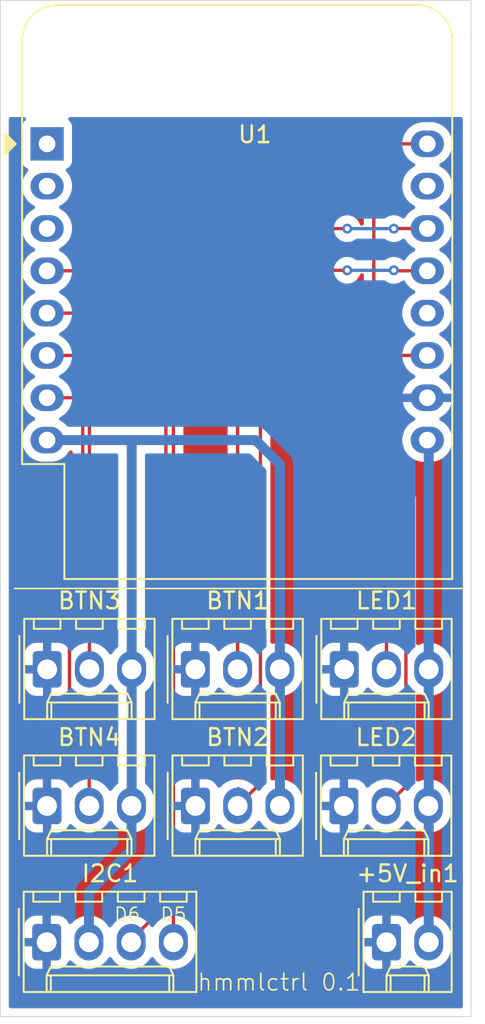
<source format=kicad_pcb>
(kicad_pcb
	(version 20240108)
	(generator "pcbnew")
	(generator_version "8.0")
	(general
		(thickness 1.6)
		(legacy_teardrops no)
	)
	(paper "A4")
	(layers
		(0 "F.Cu" signal)
		(31 "B.Cu" signal)
		(32 "B.Adhes" user "B.Adhesive")
		(33 "F.Adhes" user "F.Adhesive")
		(34 "B.Paste" user)
		(35 "F.Paste" user)
		(36 "B.SilkS" user "B.Silkscreen")
		(37 "F.SilkS" user "F.Silkscreen")
		(38 "B.Mask" user)
		(39 "F.Mask" user)
		(40 "Dwgs.User" user "User.Drawings")
		(41 "Cmts.User" user "User.Comments")
		(42 "Eco1.User" user "User.Eco1")
		(43 "Eco2.User" user "User.Eco2")
		(44 "Edge.Cuts" user)
		(45 "Margin" user)
		(46 "B.CrtYd" user "B.Courtyard")
		(47 "F.CrtYd" user "F.Courtyard")
		(48 "B.Fab" user)
		(49 "F.Fab" user)
		(50 "User.1" user)
		(51 "User.2" user)
		(52 "User.3" user)
		(53 "User.4" user)
		(54 "User.5" user)
		(55 "User.6" user)
		(56 "User.7" user)
		(57 "User.8" user)
		(58 "User.9" user)
	)
	(setup
		(pad_to_mask_clearance 0)
		(allow_soldermask_bridges_in_footprints no)
		(pcbplotparams
			(layerselection 0x00010fc_ffffffff)
			(plot_on_all_layers_selection 0x0000000_00000000)
			(disableapertmacros no)
			(usegerberextensions yes)
			(usegerberattributes no)
			(usegerberadvancedattributes no)
			(creategerberjobfile no)
			(dashed_line_dash_ratio 12.000000)
			(dashed_line_gap_ratio 3.000000)
			(svgprecision 4)
			(plotframeref no)
			(viasonmask yes)
			(mode 1)
			(useauxorigin no)
			(hpglpennumber 1)
			(hpglpenspeed 20)
			(hpglpendiameter 15.000000)
			(pdf_front_fp_property_popups yes)
			(pdf_back_fp_property_popups yes)
			(dxfpolygonmode yes)
			(dxfimperialunits yes)
			(dxfusepcbnewfont yes)
			(psnegative no)
			(psa4output no)
			(plotreference yes)
			(plotvalue no)
			(plotfptext yes)
			(plotinvisibletext no)
			(sketchpadsonfab no)
			(subtractmaskfromsilk yes)
			(outputformat 1)
			(mirror no)
			(drillshape 0)
			(scaleselection 1)
			(outputdirectory "gerber/")
		)
	)
	(net 0 "")
	(net 1 "GND")
	(net 2 "+5V")
	(net 3 "Net-(BTN1-Pin_2)")
	(net 4 "+3.3V")
	(net 5 "Net-(BTN2-Pin_2)")
	(net 6 "Net-(BTN3-Pin_2)")
	(net 7 "Net-(BTN4-Pin_2)")
	(net 8 "Net-(I2C1-Pin_3)")
	(net 9 "Net-(I2C1-Pin_4)")
	(net 10 "Net-(LED1-Pin_2)")
	(net 11 "Net-(LED2-Pin_2)")
	(net 12 "unconnected-(U1-D3-Pad12)")
	(net 13 "unconnected-(U1-RX-Pad15)")
	(net 14 "unconnected-(U1-~{RST}-Pad1)")
	(net 15 "unconnected-(U1-D0-Pad3)")
	(net 16 "unconnected-(U1-A0-Pad2)")
	(footprint "Connector_Molex:Molex_KK-254_AE-6410-03A_1x03_P2.54mm_Vertical" (layer "F.Cu") (at 90.76 69.85))
	(footprint "Connector_Molex:Molex_KK-254_AE-6410-03A_1x03_P2.54mm_Vertical" (layer "F.Cu") (at 99.675 78.05))
	(footprint "Connector_Molex:Molex_KK-254_AE-6410-03A_1x03_P2.54mm_Vertical" (layer "F.Cu") (at 90.75 78.05))
	(footprint "Connector_Molex:Molex_KK-254_AE-6410-04A_1x04_P2.54mm_Vertical" (layer "F.Cu") (at 90.73 86.23))
	(footprint "Connector_Molex:Molex_KK-254_AE-6410-03A_1x03_P2.54mm_Vertical" (layer "F.Cu") (at 108.62 69.85))
	(footprint "Connector_Molex:Molex_KK-254_AE-6410-03A_1x03_P2.54mm_Vertical" (layer "F.Cu") (at 99.67 69.85))
	(footprint "Connector_Molex:Molex_KK-254_AE-6410-02A_1x02_P2.54mm_Vertical" (layer "F.Cu") (at 111.16 86.23))
	(footprint "Connector_Molex:Molex_KK-254_AE-6410-03A_1x03_P2.54mm_Vertical" (layer "F.Cu") (at 108.6 78.055))
	(footprint "Module:WEMOS_D1_mini_light" (layer "F.Cu") (at 90.755 38.31))
	(gr_line
		(start 88.8 65)
		(end 115.7 65)
		(stroke
			(width 0.1)
			(type default)
		)
		(layer "F.SilkS")
		(uuid "5603c642-aef2-43d4-8782-1be22a89116a")
	)
	(gr_rect
		(start 87.95 29.7)
		(end 116.25 90.7)
		(stroke
			(width 0.05)
			(type default)
		)
		(fill none)
		(layer "Edge.Cuts")
		(uuid "0f72c277-9074-4a86-a9b0-f66fbb10befc")
	)
	(gr_text "hmmlctrl 0.1"
		(at 99.73 89.22 0)
		(layer "F.SilkS")
		(uuid "3fae1804-ce05-4635-8e60-c6bad3086589")
		(effects
			(font
				(size 1 1)
				(thickness 0.1)
			)
			(justify left bottom)
		)
	)
	(segment
		(start 113.7 86.23)
		(end 113.7 56.175)
		(width 0.6)
		(layer "B.Cu")
		(net 2)
		(uuid "1c258d5a-d556-4f8b-a8f3-69c2ce9fa433")
	)
	(segment
		(start 113.7 56.175)
		(end 113.615 56.09)
		(width 0.2)
		(layer "B.Cu")
		(net 2)
		(uuid "9df8b863-7724-4ac3-ac43-1e94a8aae068")
	)
	(segment
		(start 106.5 43.4)
		(end 108.8 43.4)
		(width 0.2)
		(layer "F.Cu")
		(net 3)
		(uuid "25a1f582-3f64-42b8-a5c8-603b104c727d")
	)
	(segment
		(start 113.615 43.39)
		(end 111.61 43.39)
		(width 0.2)
		(layer "F.Cu")
		(net 3)
		(uuid "26349206-5343-42fe-8080-89a704b3742d")
	)
	(segment
		(start 111.6 43.4)
		(end 111.61 43.39)
		(width 0.2)
		(layer "F.Cu")
		(net 3)
		(uuid "2df8ba68-862b-4198-bfdd-22b7a341ccbd")
	)
	(segment
		(start 102.21 69.85)
		(end 102.21 47.69)
		(width 0.2)
		(layer "F.Cu")
		(net 3)
		(uuid "44e0f84a-23a8-4169-bed5-2f6e8bf20b1a")
	)
	(segment
		(start 106.2 43.7)
		(end 106.5 43.4)
		(width 0.2)
		(layer "F.Cu")
		(net 3)
		(uuid "5d547256-f4e1-4751-9caf-510d985ddc0f")
	)
	(segment
		(start 102.21 47.69)
		(end 106.2 43.7)
		(width 0.2)
		(layer "F.Cu")
		(net 3)
		(uuid "f710e9e0-d8dd-4b2e-931a-30bb9dae5618")
	)
	(via
		(at 108.8 43.4)
		(size 0.6)
		(drill 0.3)
		(layers "F.Cu" "B.Cu")
		(net 3)
		(uuid "6b593136-042a-4c5d-9534-8e961c9f7867")
	)
	(via
		(at 111.6 43.4)
		(size 0.6)
		(drill 0.3)
		(layers "F.Cu" "B.Cu")
		(net 3)
		(uuid "d47bf26e-34e2-4feb-a080-4c9ff069bd72")
	)
	(segment
		(start 108.8 43.4)
		(end 111.6 43.4)
		(width 0.2)
		(layer "B.Cu")
		(net 3)
		(uuid "6c04fc5c-e7ee-4ec1-bcb5-24b6b4b6bcb9")
	)
	(segment
		(start 95.84 69.85)
		(end 95.84 78.04)
		(width 0.6)
		(layer "B.Cu")
		(net 4)
		(uuid "20c4f753-2034-4859-9367-95fe1755585e")
	)
	(segment
		(start 95.9 56.09)
		(end 103.29 56.09)
		(width 0.6)
		(layer "B.Cu")
		(net 4)
		(uuid "45fffc95-a55a-4b73-ba37-997b6ecdfae5")
	)
	(segment
		(start 95.84 69.85)
		(end 95.84 56.15)
		(width 0.6)
		(layer "B.Cu")
		(net 4)
		(uuid "534f29fa-9ce7-4062-8f3b-953ab7a92d82")
	)
	(segment
		(start 104.75 57.55)
		(end 104.75 69.85)
		(width 0.6)
		(layer "B.Cu")
		(net 4)
		(uuid "5bda4e5d-f0d9-4240-a113-326c1014ac76")
	)
	(segment
		(start 95.84 56.15)
		(end 95.9 56.09)
		(width 0.6)
		(layer "B.Cu")
		(net 4)
		(uuid "5f989f51-631f-4f8d-b474-9b27731e189c")
	)
	(segment
		(start 103.29 56.09)
		(end 104.75 57.55)
		(width 0.6)
		(layer "B.Cu")
		(net 4)
		(uuid "60025335-17c1-44ac-b47c-5a39239dae86")
	)
	(segment
		(start 95.83 80.67)
		(end 93.27 83.23)
		(width 0.6)
		(layer "B.Cu")
		(net 4)
		(uuid "6a1d6d53-7d14-4693-a6a4-3372bff7c777")
	)
	(segment
		(start 104.75 69.95)
		(end 104.755 69.955)
		(width 0.6)
		(layer "B.Cu")
		(net 4)
		(uuid "842b4516-5f08-4345-aba1-6f4fe92af2b7")
	)
	(segment
		(start 95.84 78.04)
		(end 95.83 78.05)
		(width 0.6)
		(layer "B.Cu")
		(net 4)
		(uuid "8d88ade1-8f77-4fd5-b1df-0ac0f268bb67")
	)
	(segment
		(start 90.755 56.09)
		(end 95.9 56.09)
		(width 0.6)
		(layer "B.Cu")
		(net 4)
		(uuid "946d9686-f75a-486a-92da-003df2415dc2")
	)
	(segment
		(start 95.83 78.05)
		(end 95.83 80.67)
		(width 0.6)
		(layer "B.Cu")
		(net 4)
		(uuid "ad645a62-72c5-4783-9d27-cfec1d17cd45")
	)
	(segment
		(start 104.755 69.955)
		(end 104.755 78.05)
		(width 0.6)
		(layer "B.Cu")
		(net 4)
		(uuid "ba683670-48a6-4f08-8c99-51c61d2a61b7")
	)
	(segment
		(start 93.27 83.23)
		(end 93.27 86.23)
		(width 0.6)
		(layer "B.Cu")
		(net 4)
		(uuid "e4e55dd4-c887-41c7-a7bf-2d1420696381")
	)
	(segment
		(start 104.75 69.85)
		(end 104.75 69.95)
		(width 0.6)
		(layer "B.Cu")
		(net 4)
		(uuid "e5b26020-a01c-433d-ac8f-ea73f8c635ec")
	)
	(segment
		(start 102.215 78.05)
		(end 103.58 76.685)
		(width 0.2)
		(layer "F.Cu")
		(net 5)
		(uuid "01f3cfde-6d0c-42d9-bbc2-6e836020c0d5")
	)
	(segment
		(start 111.6 45.9)
		(end 111.7 45.9)
		(width 0.2)
		(layer "F.Cu")
		(net 5)
		(uuid "07779099-b86c-4ae2-98f6-a4c20c99b329")
	)
	(segment
		(start 103.58 48.42)
		(end 105.7 46.3)
		(width 0.2)
		(layer "F.Cu")
		(net 5)
		(uuid "35331b7b-a468-48c0-8c26-4121652fec8a")
	)
	(segment
		(start 105.7 46.3)
		(end 106.1 45.9)
		(width 0.2)
		(layer "F.Cu")
		(net 5)
		(uuid "8e59cbb3-b1c5-4a22-9cd1-224781eed234")
	)
	(segment
		(start 111.7 45.9)
		(end 111.73 45.93)
		(width 0.2)
		(layer "F.Cu")
		(net 5)
		(uuid "94b2ef63-b357-41ac-a2e5-736366ba193e")
	)
	(segment
		(start 106.1 45.9)
		(end 108.8 45.9)
		(width 0.2)
		(layer "F.Cu")
		(net 5)
		(uuid "9a7edb06-98d2-415b-a362-19ea13a7add0")
	)
	(segment
		(start 108.8 45.9)
		(end 108.7 45.9)
		(width 0.2)
		(layer "F.Cu")
		(net 5)
		(uuid "a4a85e3a-af93-4ac3-8c74-aa9e3950945a")
	)
	(segment
		(start 103.58 76.685)
		(end 103.58 48.42)
		(width 0.2)
		(layer "F.Cu")
		(net 5)
		(uuid "ba046a52-d127-44ef-813c-55669a8a5b63")
	)
	(segment
		(start 111.73 45.93)
		(end 113.615 45.93)
		(width 0.2)
		(layer "F.Cu")
		(net 5)
		(uuid "d9c54560-314e-4f55-a515-005398c41149")
	)
	(via
		(at 111.6 45.9)
		(size 0.6)
		(drill 0.3)
		(layers "F.Cu" "B.Cu")
		(net 5)
		(uuid "0d982ade-9b5e-4f9c-9fe6-effcb5edff79")
	)
	(via
		(at 108.8 45.9)
		(size 0.6)
		(drill 0.3)
		(layers "F.Cu" "B.Cu")
		(net 5)
		(uuid "6f098d98-17ca-4de7-98b8-244ac0d5ea17")
	)
	(segment
		(start 102.36 77.7)
		(end 102.36 77.11)
		(width 0.2)
		(layer "B.Cu")
		(net 5)
		(uuid "3d1e63a0-4afc-4f4f-a1ab-15f504995702")
	)
	(segment
		(start 108.8 45.9)
		(end 111.6 45.9)
		(width 0.2)
		(layer "B.Cu")
		(net 5)
		(uuid "6cdd0738-b492-4472-9c54-5b1b863ce7a1")
	)
	(segment
		(start 102.36 77.11)
		(end 102.25 77)
		(width 0.2)
		(layer "B.Cu")
		(net 5)
		(uuid "f91b5b2b-9478-4e6b-910d-ef7507cecb43")
	)
	(segment
		(start 92.4 51)
		(end 92.39 51.01)
		(width 0.2)
		(layer "F.Cu")
		(net 6)
		(uuid "17b85e18-611b-490e-a1b8-1aeab60ceebc")
	)
	(segment
		(start 92.39 51.01)
		(end 90.755 51.01)
		(width 0.2)
		(layer "F.Cu")
		(net 6)
		(uuid "20e8dead-9cd0-45e1-8d14-afe845db8999")
	)
	(segment
		(start 93.3 51.9)
		(end 92.4 51)
		(width 0.2)
		(layer "F.Cu")
		(net 6)
		(uuid "95b46bd6-e55d-487f-afb3-70cb2beffd2f")
	)
	(segment
		(start 93.3 69.85)
		(end 93.3 51.9)
		(width 0.2)
		(layer "F.Cu")
		(net 6)
		(uuid "97f6e6c1-7755-47d1-84a1-78e34aa47879")
	)
	(segment
		(start 93.29 75.99)
		(end 93.29 78.05)
		(width 0.2)
		(layer "F.Cu")
		(net 7)
		(uuid "41ba0e0d-1f17-4cf9-9e19-217aec70ea3f")
	)
	(segment
		(start 92.9 67.7)
		(end 92.1 68.5)
		(width 0.2)
		(layer "F.Cu")
		(net 7)
		(uuid "5a422aa0-66cd-4381-a9af-2f19451eb395")
	)
	(segment
		(start 92.9 54.1)
		(end 92.9 67.7)
		(width 0.2)
		(layer "F.Cu")
		(net 7)
		(uuid "6bc11b99-9843-46a2-b2db-bf56029b1683")
	)
	(segment
		(start 90.755 53.55)
		(end 92.35 53.55)
		(width 0.2)
		(layer "F.Cu")
		(net 7)
		(uuid "a44b91c4-d3f3-4f87-aad4-4b520ce7e98a")
	)
	(segment
		(start 92.35 53.55)
		(end 92.9 54.1)
		(width 0.2)
		(layer "F.Cu")
		(net 7)
		(uuid "b7d631e0-b521-46dc-9937-3248cd432d9a")
	)
	(segment
		(start 92.1 74.8)
		(end 93.29 75.99)
		(width 0.2)
		(layer "F.Cu")
		(net 7)
		(uuid "d4c02925-912d-49f0-be8b-319debcfb17b")
	)
	(segment
		(start 92.1 68.5)
		(end 92.1 74.8)
		(width 0.2)
		(layer "F.Cu")
		(net 7)
		(uuid "f6d90b8f-1c4d-45fe-ada7-fdcb6c41145f")
	)
	(segment
		(start 97.9 50.1)
		(end 96.27 48.47)
		(width 0.2)
		(layer "F.Cu")
		(net 8)
		(uuid "0c7f8add-3eaa-4fb0-ac2f-94d9dc3d8103")
	)
	(segment
		(start 96.27 48.47)
		(end 90.755 48.47)
		(width 0.2)
		(layer "F.Cu")
		(net 8)
		(uuid "26989978-0422-45bd-b343-257f32458abb")
	)
	(segment
		(start 97.9 84)
		(end 97.9 50.1)
		(width 0.2)
		(layer "F.Cu")
		(net 8)
		(uuid "2d80b3e6-b320-49a1-b330-66fd6e126d3c")
	)
	(segment
		(start 95.81 86.09)
		(end 97.9 84)
		(width 0.2)
		(layer "F.Cu")
		(net 8)
		(uuid "70e6bf09-d429-47c1-92ed-c022ab69d5e4")
	)
	(segment
		(start 95.81 86.23)
		(end 95.81 86.09)
		(width 0.2)
		(layer "F.Cu")
		(net 8)
		(uuid "97e8a3df-ee6e-45a8-b650-081910d2f97f")
	)
	(segment
		(start 98.35 47.35)
		(end 98.35 86.23)
		(width 0.2)
		(layer "F.Cu")
		(net 9)
		(uuid "7a901054-b0ec-43b4-97f8-df26747fddf6")
	)
	(segment
		(start 96.93 45.93)
		(end 98.35 47.35)
		(width 0.2)
		(layer "F.Cu")
		(net 9)
		(uuid "d46f4c4b-90d5-4702-8aa5-36358ed836f3")
	)
	(segment
		(start 90.755 45.93)
		(end 96.93 45.93)
		(width 0.2)
		(layer "F.Cu")
		(net 9)
		(uuid "f4e74129-1e62-411c-b3f8-98453850f733")
	)
	(segment
		(start 111.19 38.31)
		(end 113.615 38.31)
		(width 0.2)
		(layer "F.Cu")
		(net 10)
		(uuid "6859f440-dcf6-4a18-9f5d-cfe12c4baaf7")
	)
	(segment
		(start 110.4 58.5)
		(end 110.4 39.1)
		(width 0.2)
		(layer "F.Cu")
		(net 10)
		(uuid "6ff169fb-d4e8-4645-8889-81e91893e256")
	)
	(segment
		(start 111.16 69.85)
		(end 111.16 59.26)
		(width 0.2)
		(layer "F.Cu")
		(net 10)
		(uuid "ee55394d-7de3-4f24-9273-e2645cf27367")
	)
	(segment
		(start 111.16 59.26)
		(end 110.4 58.5)
		(width 0.2)
		(layer "F.Cu")
		(net 10)
		(uuid "f0cb4da3-8b4b-40ab-8463-13ce331c3a5d")
	)
	(segment
		(start 110.4 39.1)
		(end 111.19 38.31)
		(width 0.2)
		(layer "F.Cu")
		(net 10)
		(uuid "f6d62cd1-d269-414d-98ca-d818740fe356")
	)
	(segment
		(start 112.33 76.865)
		(end 112.33 59.63)
		(width 0.2)
		(layer "F.Cu")
		(net 11)
		(uuid "09ea171c-730c-4373-a449-dfb1dc5e05ef")
	)
	(segment
		(start 111.99 51.01)
		(end 113.615 51.01)
		(width 0.2)
		(layer "F.Cu")
		(net 11)
		(uuid "0f2a5229-f69c-4d4b-b969-99711ba8f693")
	)
	(segment
		(start 112.33 59.63)
		(end 110.9 58.2)
		(width 0.2)
		(layer "F.Cu")
		(net 11)
		(uuid "588cefa7-d1b9-480c-98ff-8755c2141980")
	)
	(segment
		(start 111.14 78.055)
		(end 112.33 76.865)
		(width 0.2)
		(layer "F.Cu")
		(net 11)
		(uuid "673ac5d2-72a7-45e5-b87d-162ff47ed777")
	)
	(segment
		(start 110.9 58.2)
		(end 110.9 52.1)
		(width 0.2)
		(layer "F.Cu")
		(net 11)
		(uuid "82eb5306-f0bd-4821-9c3d-1b34682767e8")
	)
	(segment
		(start 110.9 52.1)
		(end 111.99 51.01)
		(width 0.2)
		(layer "F.Cu")
		(net 11)
		(uuid "cf27f99d-2a42-4f29-9469-5594a045f468")
	)
	(zone
		(net 1)
		(net_name "GND")
		(layer "F.Cu")
		(uuid "cd9f60fc-6d54-4108-b40b-464cff04dc67")
		(hatch edge 0.5)
		(priority 1)
		(connect_pads
			(clearance 0.5)
		)
		(min_thickness 0.25)
		(filled_areas_thickness no)
		(fill yes
			(thermal_gap 0.5)
			(thermal_bridge_width 0.5)
		)
		(polygon
			(pts
				(xy 87.95 36.8) (xy 116.25 36.7) (xy 116.25 90.7) (xy 87.95 90.8)
			)
		)
		(filled_polygon
			(layer "F.Cu")
			(pts
				(xy 115.69217 36.721654) (xy 115.738112 36.774296) (xy 115.7495 36.826206) (xy 115.7495 90.0755)
				(xy 115.729815 90.142539) (xy 115.677011 90.188294) (xy 115.6255 90.1995) (xy 88.5745 90.1995) (xy 88.507461 90.179815)
				(xy 88.461706 90.127011) (xy 88.4505 90.0755) (xy 88.4505 36.921793) (xy 88.470185 36.854754) (xy 88.522989 36.808999)
				(xy 88.574058 36.797794) (xy 89.266907 36.795346) (xy 89.334013 36.814793) (xy 89.379955 36.867435)
				(xy 89.390142 36.936558) (xy 89.36661 36.993656) (xy 89.311204 37.067668) (xy 89.311202 37.067671)
				(xy 89.260908 37.202517) (xy 89.254501 37.262116) (xy 89.254501 37.262123) (xy 89.2545 37.262135)
				(xy 89.2545 39.35787) (xy 89.254501 39.357876) (xy 89.260908 39.417483) (xy 89.311202 39.552328)
				(xy 89.311206 39.552335) (xy 89.397452 39.667544) (xy 89.397455 39.667547) (xy 89.512664 39.753793)
				(xy 89.512673 39.753798) (xy 89.549914 39.767688) (xy 89.605848 39.809559) (xy 89.630266 39.875023)
				(xy 89.615415 39.943296) (xy 89.594265 39.97155) (xy 89.563027 40.002787) (xy 89.442715 40.168386)
				(xy 89.349781 40.350776) (xy 89.286522 40.545465) (xy 89.2545 40.747648) (xy 89.2545 40.952351)
				(xy 89.286522 41.154534) (xy 89.349781 41.349223) (xy 89.442715 41.531613) (xy 89.563028 41.697213)
				(xy 89.707786 41.841971) (xy 89.862749 41.954556) (xy 89.87339 41.962287) (xy 89.96484 42.008883)
				(xy 89.96608 42.009515) (xy 90.016876 42.05749) (xy 90.033671 42.125311) (xy 90.011134 42.191446)
				(xy 89.96608 42.230485) (xy 89.873386 42.277715) (xy 89.707786 42.398028) (xy 89.563028 42.542786)
				(xy 89.442715 42.708386) (xy 89.349781 42.890776) (xy 89.286522 43.085465) (xy 89.2545 43.287648)
				(xy 89.2545 43.492351) (xy 89.286522 43.694534) (xy 89.349781 43.889223) (xy 89.413691 44.014653)
				(xy 89.441238 44.068716) (xy 89.442715 44.071613) (xy 89.563028 44.237213) (xy 89.707786 44.381971)
				(xy 89.862749 44.494556) (xy 89.87339 44.502287) (xy 89.96484 44.548883) (xy 89.96608 44.549515)
				(xy 90.016876 44.59749) (xy 90.033671 44.665311) (xy 90.011134 44.731446) (xy 89.96608 44.770485)
				(xy 89.873386 44.817715) (xy 89.707786 44.938028) (xy 89.563028 45.082786) (xy 89.442715 45.248386)
				(xy 89.349781 45.430776) (xy 89.286522 45.625465) (xy 89.2545 45.827648) (xy 89.2545 46.032351)
				(xy 89.286522 46.234534) (xy 89.349781 46.429223) (xy 89.410001 46.547409) (xy 89.430726 46.588085)
				(xy 89.442715 46.611613) (xy 89.563028 46.777213) (xy 89.707786 46.921971) (xy 89.862749 47.034556)
				(xy 89.87339 47.042287) (xy 89.96484 47.088883) (xy 89.96608 47.089515) (xy 90.016876 47.13749)
				(xy 90.033671 47.205311) (xy 90.011134 47.271446) (xy 89.96608 47.310485) (xy 89.873388 47.357714)
				(xy 89.707786 47.478028) (xy 89.563028 47.622786) (xy 89.442715 47.788386) (xy 89.349781 47.970776)
				(xy 89.286522 48.165465) (xy 89.2545 48.367648) (xy 89.2545 48.572351) (xy 89.286522 48.774534)
				(xy 89.349781 48.969223) (xy 89.442715 49.151613) (xy 89.563028 49.317213) (xy 89.707786 49.461971)
				(xy 89.862749 49.574556) (xy 89.87339 49.582287) (xy 89.96484 49.628883) (xy 89.96608 49.629515)
				(xy 90.016876 49.67749) (xy 90.033671 49.745311) (xy 90.011134 49.811446) (xy 89.96608 49.850485)
				(xy 89.873386 49.897715) (xy 89.707786 50.018028) (xy 89.563028 50.162786) (xy 89.442715 50.328386)
				(xy 89.349781 50.510776) (xy 89.286522 50.705465) (xy 89.2545 50.907648) (xy 89.2545 51.112351)
				(xy 89.286522 51.314534) (xy 89.349781 51.509223) (xy 89.401385 51.6105) (xy 89.437682 51.681737)
				(xy 89.442715 51.691613) (xy 89.563028 51.857213) (xy 89.707786 52.001971) (xy 89.859804 52.112416)
				(xy 89.87339 52.122287) (xy 89.96484 52.168883) (xy 89.96608 52.169515) (xy 90.016876 52.21749)
				(xy 90.033671 52.285311) (xy 90.011134 52.351446) (xy 89.96608 52.390485) (xy 89.873386 52.437715)
				(xy 89.707786 52.558028) (xy 89.563028 52.702786) (xy 89.442715 52.868386) (xy 89.349781 53.050776)
				(xy 89.286522 53.245465) (xy 89.2545 53.447648) (xy 89.2545 53.652351) (xy 89.286522 53.854534)
				(xy 89.349781 54.049223) (xy 89.442715 54.231613) (xy 89.563028 54.397213) (xy 89.707786 54.541971)
				(xy 89.862749 54.654556) (xy 89.87339 54.662287) (xy 89.96484 54.708883) (xy 89.96608 54.709515)
				(xy 90.016876 54.75749) (xy 90.033671 54.825311) (xy 90.011134 54.891446) (xy 89.96608 54.930485)
				(xy 89.873386 54.977715) (xy 89.707786 55.098028) (xy 89.563028 55.242786) (xy 89.442715 55.408386)
				(xy 89.349781 55.590776) (xy 89.286522 55.785465) (xy 89.2545 55.987648) (xy 89.2545 56.192351)
				(xy 89.286522 56.394534) (xy 89.349781 56.589223) (xy 89.410941 56.709254) (xy 89.440649 56.76756)
				(xy 89.442715 56.771613) (xy 89.563028 56.937213) (xy 89.707786 57.081971) (xy 89.862749 57.194556)
				(xy 89.87339 57.202287) (xy 89.989607 57.261503) (xy 90.055776 57.295218) (xy 90.055778 57.295218)
				(xy 90.055781 57.29522) (xy 90.160137 57.329127) (xy 90.250465 57.358477) (xy 90.351557 57.374488)
				(xy 90.452648 57.3905) (xy 90.452649 57.3905) (xy 91.057351 57.3905) (xy 91.057352 57.3905) (xy 91.259534 57.358477)
				(xy 91.454219 57.29522) (xy 91.63661 57.202287) (xy 91.72959 57.134732) (xy 91.802213 57.081971)
				(xy 91.802215 57.081968) (xy 91.802219 57.081966) (xy 91.946966 56.937219) (xy 91.946968 56.937215)
				(xy 91.946971 56.937213) (xy 92.067286 56.771611) (xy 92.069769 56.76756) (xy 92.121577 56.720681)
				(xy 92.190506 56.709254) (xy 92.254671 56.736907) (xy 92.293699 56.79486) (xy 92.2995 56.832343)
				(xy 92.2995 67.399902) (xy 92.279815 67.466941) (xy 92.263181 67.487583) (xy 91.619481 68.131282)
				(xy 91.619477 68.131287) (xy 91.591054 68.180519) (xy 91.59105 68.180526) (xy 91.581606 68.196881)
				(xy 91.531036 68.245093) (xy 91.462428 68.258312) (xy 91.461622 68.258232) (xy 91.429991 68.255)
				(xy 91.01 68.255) (xy 91.01 69.30729) (xy 90.989661 69.295548) (xy 90.838333 69.255) (xy 90.681667 69.255)
				(xy 90.530339 69.295548) (xy 90.51 69.30729) (xy 90.51 68.255) (xy 90.090028 68.255) (xy 90.090012 68.255001)
				(xy 89.987302 68.265494) (xy 89.82088 68.320641) (xy 89.820875 68.320643) (xy 89.671654 68.412684)
				(xy 89.547684 68.536654) (xy 89.455643 68.685875) (xy 89.455641 68.68588) (xy 89.400494 68.852302)
				(xy 89.400493 68.852309) (xy 89.39 68.955013) (xy 89.39 69.6) (xy 90.217291 69.6) (xy 90.205548 69.620339)
				(xy 90.165 69.771667) (xy 90.165 69.928333) (xy 90.205548 70.079661) (xy 90.217291 70.1) (xy 89.390001 70.1)
				(xy 89.390001 70.744986) (xy 89.400494 70.847697) (xy 89.455641 71.014119) (xy 89.455643 71.014124)
				(xy 89.547684 71.163345) (xy 89.671654 71.287315) (xy 89.820875 71.379356) (xy 89.82088 71.379358)
				(xy 89.987302 71.434505) (xy 89.987309 71.434506) (xy 90.090019 71.444999) (xy 90.509999 71.444999)
				(xy 90.51 71.444998) (xy 90.51 70.392709) (xy 90.530339 70.404452) (xy 90.681667 70.445) (xy 90.838333 70.445)
				(xy 90.989661 70.404452) (xy 91.01 70.392709) (xy 91.01 71.444999) (xy 91.3755 71.444999) (xy 91.442539 71.464684)
				(xy 91.488294 71.517488) (xy 91.4995 71.568999) (xy 91.4995 74.71333) (xy 91.499499 74.713348) (xy 91.499499 74.879054)
				(xy 91.499498 74.879054) (xy 91.540423 75.031785) (xy 91.569358 75.0819) (xy 91.569359 75.081904)
				(xy 91.56936 75.081904) (xy 91.619479 75.168714) (xy 91.619481 75.168717) (xy 91.738349 75.287585)
				(xy 91.738355 75.28759) (xy 92.653181 76.202416) (xy 92.686666 76.263739) (xy 92.6895 76.290097)
				(xy 92.6895 76.516833) (xy 92.669815 76.583872) (xy 92.621796 76.627317) (xy 92.571703 76.652841)
				(xy 92.39718 76.77964) (xy 92.254816 76.922004) (xy 92.193493 76.955488) (xy 92.123801 76.950504)
				(xy 92.067868 76.908632) (xy 92.054748 76.886716) (xy 92.054356 76.885876) (xy 91.962315 76.736654)
				(xy 91.838345 76.612684) (xy 91.689124 76.520643) (xy 91.689119 76.520641) (xy 91.522697 76.465494)
				(xy 91.52269 76.465493) (xy 91.419986 76.455) (xy 91 76.455) (xy 91 77.50729) (xy 90.979661 77.495548)
				(xy 90.828333 77.455) (xy 90.671667 77.455) (xy 90.520339 77.495548) (xy 90.5 77.50729) (xy 90.5 76.455)
				(xy 90.080028 76.455) (xy 90.080012 76.455001) (xy 89.977302 76.465494) (xy 89.81088 76.520641)
				(xy 89.810875 76.520643) (xy 89.661654 76.612684) (xy 89.537684 76.736654) (xy 89.445643 76.885875)
				(xy 89.445641 76.88588) (xy 89.390494 77.052302) (xy 89.390493 77.052309) (xy 89.38 77.155013) (xy 89.38 77.8)
				(xy 90.207291 77.8) (xy 90.195548 77.820339) (xy 90.155 77.971667) (xy 90.155 78.128333) (xy 90.195548 78.279661)
				(xy 90.207291 78.3) (xy 89.380001 78.3) (xy 89.380001 78.944986) (xy 89.390494 79.047697) (xy 89.445641 79.214119)
				(xy 89.445643 79.214124) (xy 89.537684 79.363345) (xy 89.661654 79.487315) (xy 89.810875 79.579356)
				(xy 89.81088 79.579358) (xy 89.977302 79.634505) (xy 89.977309 79.634506) (xy 90.080019 79.644999)
				(xy 90.499999 79.644999) (xy 90.5 79.644998) (xy 90.5 78.592709) (xy 90.520339 78.604452) (xy 90.671667 78.645)
				(xy 90.828333 78.645) (xy 90.979661 78.604452) (xy 91 78.592709) (xy 91 79.644999) (xy 91.419972 79.644999)
				(xy 91.419986 79.644998) (xy 91.522697 79.634505) (xy 91.689119 79.579358) (xy 91.689124 79.579356)
				(xy 91.838345 79.487315) (xy 91.962315 79.363345) (xy 92.054354 79.214127) (xy 92.054745 79.213289)
				(xy 92.055167 79.212809) (xy 92.058149 79.207975) (xy 92.058974 79.208484) (xy 92.10091 79.160843)
				(xy 92.1681 79.141681) (xy 92.234984 79.161887) (xy 92.254816 79.177996) (xy 92.397179 79.320359)
				(xy 92.571701 79.447157) (xy 92.763911 79.545092) (xy 92.969074 79.611754) (xy 93.048973 79.624408)
				(xy 93.182134 79.6455) (xy 93.182139 79.6455) (xy 93.397866 79.6455) (xy 93.51623 79.626752) (xy 93.610926 79.611754)
				(xy 93.816089 79.545092) (xy 94.008299 79.447157) (xy 94.182821 79.320359) (xy 94.335359 79.167821)
				(xy 94.459682 78.996704) (xy 94.515012 78.95404) (xy 94.584626 78.948061) (xy 94.64642 78.980667)
				(xy 94.660315 78.996702) (xy 94.784641 79.167821) (xy 94.937179 79.320359) (xy 95.111701 79.447157)
				(xy 95.303911 79.545092) (xy 95.509074 79.611754) (xy 95.588973 79.624408) (xy 95.722134 79.6455)
				(xy 95.722139 79.6455) (xy 95.937866 79.6455) (xy 96.05623 79.626752) (xy 96.150926 79.611754) (xy 96.356089 79.545092)
				(xy 96.548299 79.447157) (xy 96.722821 79.320359) (xy 96.875359 79.167821) (xy 97.002157 78.993299)
				(xy 97.025207 78.948061) (xy 97.065015 78.869933) (xy 97.112989 78.819136) (xy 97.18081 78.802341)
				(xy 97.246945 78.824878) (xy 97.290397 78.879593) (xy 97.2995 78.926227) (xy 97.2995 83.699902)
				(xy 97.279815 83.766941) (xy 97.263181 83.787583) (xy 96.374549 84.676214) (xy 96.313226 84.709699)
				(xy 96.248551 84.706464) (xy 96.130927 84.668246) (xy 96.130922 84.668245) (xy 95.917866 84.6345)
				(xy 95.917861 84.6345) (xy 95.702139 84.6345) (xy 95.702134 84.6345) (xy 95.489077 84.668245) (xy 95.283908 84.734909)
				(xy 95.0917 84.832843) (xy 94.992129 84.905186) (xy 94.917179 84.959641) (xy 94.917177 84.959643)
				(xy 94.917176 84.959643) (xy 94.764643 85.112176) (xy 94.764643 85.112177) (xy 94.764641 85.112179)
				(xy 94.747706 85.135488) (xy 94.640318 85.283294) (xy 94.584988 85.325959) (xy 94.515374 85.331938)
				(xy 94.453579 85.299332) (xy 94.439682 85.283294) (xy 94.402639 85.232309) (xy 94.315359 85.112179)
				(xy 94.162821 84.959641) (xy 93.988299 84.832843) (xy 93.796089 84.734908) (xy 93.590926 84.668246)
				(xy 93.590924 84.668245) (xy 93.590922 84.668245) (xy 93.377866 84.6345) (xy 93.377861 84.6345)
				(xy 93.162139 84.6345) (xy 93.162134 84.6345) (xy 92.949077 84.668245) (xy 92.743908 84.734909)
				(xy 92.5517 84.832843) (xy 92.37718 84.95964) (xy 92.234816 85.102004) (xy 92.173493 85.135488)
				(xy 92.103801 85.130504) (xy 92.047868 85.088632) (xy 92.034748 85.066716) (xy 92.034356 85.065876)
				(xy 91.942315 84.916654) (xy 91.818345 84.792684) (xy 91.669124 84.700643) (xy 91.669119 84.700641)
				(xy 91.502697 84.645494) (xy 91.50269 84.645493) (xy 91.399986 84.635) (xy 90.98 84.635) (xy 90.98 85.68729)
				(xy 90.959661 85.675548) (xy 90.808333 85.635) (xy 90.651667 85.635) (xy 90.500339 85.675548) (xy 90.48 85.68729)
				(xy 90.48 84.635) (xy 90.060028 84.635) (xy 90.060012 84.635001) (xy 89.957302 84.645494) (xy 89.79088 84.700641)
				(xy 89.790875 84.700643) (xy 89.641654 84.792684) (xy 89.517684 84.916654) (xy 89.425643 85.065875)
				(xy 89.425641 85.06588) (xy 89.370494 85.232302) (xy 89.370493 85.232309) (xy 89.36 85.335013) (xy 89.36 85.98)
				(xy 90.187291 85.98) (xy 90.175548 86.000339) (xy 90.135 86.151667) (xy 90.135 86.308333) (xy 90.175548 86.459661)
				(xy 90.187291 86.48) (xy 89.360001 86.48) (xy 89.360001 87.124986) (xy 89.370494 87.227697) (xy 89.425641 87.394119)
				(xy 89.425643 87.394124) (xy 89.517684 87.543345) (xy 89.641654 87.667315) (xy 89.790875 87.759356)
				(xy 89.79088 87.759358) (xy 89.957302 87.814505) (xy 89.957309 87.814506) (xy 90.060019 87.824999)
				(xy 90.479999 87.824999) (xy 90.48 87.824998) (xy 90.48 86.772709) (xy 90.500339 86.784452) (xy 90.651667 86.825)
				(xy 90.808333 86.825) (xy 90.959661 86.784452) (xy 90.98 86.772709) (xy 90.98 87.824999) (xy 91.399972 87.824999)
				(xy 91.399986 87.824998) (xy 91.502697 87.814505) (xy 91.669119 87.759358) (xy 91.669124 87.759356)
				(xy 91.818345 87.667315) (xy 91.942315 87.543345) (xy 92.034354 87.394127) (xy 92.034745 87.393289)
				(xy 92.035167 87.392809) (xy 92.038149 87.387975) (xy 92.038974 87.388484) (xy 92.08091 87.340843)
				(xy 92.1481 87.321681) (xy 92.214984 87.341887) (xy 92.234816 87.357996) (xy 92.377179 87.500359)
				(xy 92.551701 87.627157) (xy 92.743911 87.725092) (xy 92.949074 87.791754) (xy 93.028973 87.804408)
				(xy 93.162134 87.8255) (xy 93.162139 87.8255) (xy 93.377866 87.8255) (xy 93.49623 87.806752) (xy 93.590926 87.791754)
				(xy 93.796089 87.725092) (xy 93.988299 87.627157) (xy 94.162821 87.500359) (xy 94.315359 87.347821)
				(xy 94.439682 87.176704) (xy 94.495012 87.13404) (xy 94.564626 87.128061) (xy 94.62642 87.160667)
				(xy 94.640315 87.176702) (xy 94.764641 87.347821) (xy 94.917179 87.500359) (xy 95.091701 87.627157)
				(xy 95.283911 87.725092) (xy 95.489074 87.791754) (xy 95.568973 87.804408) (xy 95.702134 87.8255)
				(xy 95.702139 87.8255) (xy 95.917866 87.8255) (xy 96.03623 87.806752) (xy 96.130926 87.791754) (xy 96.336089 87.725092)
				(xy 96.528299 87.627157) (xy 96.702821 87.500359) (xy 96.855359 87.347821) (xy 96.979682 87.176704)
				(xy 97.035012 87.13404) (xy 97.104626 87.128061) (xy 97.16642 87.160667) (xy 97.180315 87.176702)
				(xy 97.304641 87.347821) (xy 97.457179 87.500359) (xy 97.631701 87.627157) (xy 97.823911 87.725092)
				(xy 98.029074 87.791754) (xy 98.108973 87.804408) (xy 98.242134 87.8255) (xy 98.242139 87.8255)
				(xy 98.457866 87.8255) (xy 98.57623 87.806752) (xy 98.670926 87.791754) (xy 98.876089 87.725092)
				(xy 99.068299 87.627157) (xy 99.242821 87.500359) (xy 99.395359 87.347821) (xy 99.522157 87.173299)
				(xy 99.620092 86.981089) (xy 99.686754 86.775926) (xy 99.701752 86.68123) (xy 99.7205 86.562866)
				(xy 99.7205 85.897133) (xy 99.686754 85.684077) (xy 99.686754 85.684074) (xy 99.620092 85.478911)
				(xy 99.546773 85.335013) (xy 109.79 85.335013) (xy 109.79 85.98) (xy 110.617291 85.98) (xy 110.605548 86.000339)
				(xy 110.565 86.151667) (xy 110.565 86.308333) (xy 110.605548 86.459661) (xy 110.617291 86.48) (xy 109.790001 86.48)
				(xy 109.790001 87.124986) (xy 109.800494 87.227697) (xy 109.855641 87.394119) (xy 109.855643 87.394124)
				(xy 109.947684 87.543345) (xy 110.071654 87.667315) (xy 110.220875 87.759356) (xy 110.22088 87.759358)
				(xy 110.387302 87.814505) (xy 110.387309 87.814506) (xy 110.490019 87.824999) (xy 110.909999 87.824999)
				(xy 110.91 87.824998) (xy 110.91 86.772709) (xy 110.930339 86.784452) (xy 111.081667 86.825) (xy 111.238333 86.825)
				(xy 111.389661 86.784452) (xy 111.41 86.772709) (xy 111.41 87.824999) (xy 111.829972 87.824999)
				(xy 111.829986 87.824998) (xy 111.932697 87.814505) (xy 112.099119 87.759358) (xy 112.099124 87.759356)
				(xy 112.248345 87.667315) (xy 112.372315 87.543345) (xy 112.464354 87.394127) (xy 112.464745 87.393289)
				(xy 112.465167 87.392809) (xy 112.468149 87.387975) (xy 112.468974 87.388484) (xy 112.51091 87.340843)
				(xy 112.5781 87.321681) (xy 112.644984 87.341887) (xy 112.664816 87.357996) (xy 112.807179 87.500359)
				(xy 112.981701 87.627157) (xy 113.173911 87.725092) (xy 113.379074 87.791754) (xy 113.458973 87.804408)
				(xy 113.592134 87.8255) (xy 113.592139 87.8255) (xy 113.807866 87.8255) (xy 113.92623 87.806752)
				(xy 114.020926 87.791754) (xy 114.226089 87.725092) (xy 114.418299 87.627157) (xy 114.592821 87.500359)
				(xy 114.745359 87.347821) (xy 114.872157 87.173299) (xy 114.970092 86.981089) (xy 115.036754 86.775926)
				(xy 115.051752 86.68123) (xy 115.0705 86.562866) (xy 115.0705 85.897133) (xy 115.036754 85.684077)
				(xy 115.036754 85.684074) (xy 114.970092 85.478911) (xy 114.872157 85.286701) (xy 114.745359 85.112179)
				(xy 114.592821 84.959641) (xy 114.418299 84.832843) (xy 114.226089 84.734908) (xy 114.020926 84.668246)
				(xy 114.020924 84.668245) (xy 114.020922 84.668245) (xy 113.807866 84.6345) (xy 113.807861 84.6345)
				(xy 113.592139 84.6345) (xy 113.592134 84.6345) (xy 113.379077 84.668245) (xy 113.173908 84.734909)
				(xy 112.9817 84.832843) (xy 112.80718 84.95964) (xy 112.664816 85.102004) (xy 112.603493 85.135488)
				(xy 112.533801 85.130504) (xy 112.477868 85.088632) (xy 112.464748 85.066716) (xy 112.464356 85.065876)
				(xy 112.372315 84.916654) (xy 112.248345 84.792684) (xy 112.099124 84.700643) (xy 112.099119 84.700641)
				(xy 111.932697 84.645494) (xy 111.93269 84.645493) (xy 111.829986 84.635) (xy 111.41 84.635) (xy 111.41 85.68729)
				(xy 111.389661 85.675548) (xy 111.238333 85.635) (xy 111.081667 85.635) (xy 110.930339 85.675548)
				(xy 110.91 85.68729) (xy 110.91 84.635) (xy 110.490028 84.635) (xy 110.490012 84.635001) (xy 110.387302 84.645494)
				(xy 110.22088 84.700641) (xy 110.220875 84.700643) (xy 110.071654 84.792684) (xy 109.947684 84.916654)
				(xy 109.855643 85.065875) (xy 109.855641 85.06588) (xy 109.800494 85.232302) (xy 109.800493 85.232309)
				(xy 109.79 85.335013) (xy 99.546773 85.335013) (xy 99.522157 85.286701) (xy 99.395359 85.112179)
				(xy 99.242821 84.959641) (xy 99.068299 84.832843) (xy 99.068298 84.832842) (xy 99.068296 84.832841)
				(xy 99.018204 84.807317) (xy 98.967408 84.759342) (xy 98.9505 84.696833) (xy 98.9505 79.768999)
				(xy 98.970185 79.70196) (xy 99.022989 79.656205) (xy 99.0745 79.644999) (xy 99.424999 79.644999)
				(xy 99.425 79.644998) (xy 99.425 78.592709) (xy 99.445339 78.604452) (xy 99.596667 78.645) (xy 99.753333 78.645)
				(xy 99.904661 78.604452) (xy 99.925 78.592709) (xy 99.925 79.644999) (xy 100.344972 79.644999) (xy 100.344986 79.644998)
				(xy 100.447697 79.634505) (xy 100.614119 79.579358) (xy 100.614124 79.579356) (xy 100.763345 79.487315)
				(xy 100.887315 79.363345) (xy 100.979354 79.214127) (xy 100.979745 79.213289) (xy 100.980167 79.212809)
				(xy 100.983149 79.207975) (xy 100.983974 79.208484) (xy 101.02591 79.160843) (xy 101.0931 79.141681)
				(xy 101.159984 79.161887) (xy 101.179816 79.177996) (xy 101.322179 79.320359) (xy 101.496701 79.447157)
				(xy 101.688911 79.545092) (xy 101.894074 79.611754) (xy 101.973973 79.624408) (xy 102.107134 79.6455)
				(xy 102.107139 79.6455) (xy 102.322866 79.6455) (xy 102.44123 79.626752) (xy 102.535926 79.611754)
				(xy 102.741089 79.545092) (xy 102.933299 79.447157) (xy 103.107821 79.320359) (xy 103.260359 79.167821)
				(xy 103.384682 78.996704) (xy 103.440012 78.95404) (xy 103.509626 78.948061) (xy 103.57142 78.980667)
				(xy 103.585315 78.996702) (xy 103.709641 79.167821) (xy 103.862179 79.320359) (xy 104.036701 79.447157)
				(xy 104.228911 79.545092) (xy 104.434074 79.611754) (xy 104.513973 79.624408) (xy 104.647134 79.6455)
				(xy 104.647139 79.6455) (xy 104.862866 79.6455) (xy 104.98123 79.626752) (xy 105.075926 79.611754)
				(xy 105.281089 79.545092) (xy 105.473299 79.447157) (xy 105.647821 79.320359) (xy 105.800359 79.167821)
				(xy 105.927157 78.993299) (xy 106.025092 78.801089) (xy 106.091754 78.595926) (xy 106.106752 78.50123)
				(xy 106.1255 78.382866) (xy 106.1255 77.717133) (xy 106.092546 77.509077) (xy 106.091754 77.504074)
				(xy 106.025092 77.298911) (xy 105.927157 77.106701) (xy 105.800359 76.932179) (xy 105.647821 76.779641)
				(xy 105.473299 76.652843) (xy 105.281089 76.554908) (xy 105.075926 76.488246) (xy 105.075924 76.488245)
				(xy 105.075922 76.488245) (xy 104.862866 76.4545) (xy 104.862861 76.4545) (xy 104.647139 76.4545)
				(xy 104.647134 76.4545) (xy 104.434077 76.488245) (xy 104.434072 76.488246) (xy 104.342817 76.517896)
				(xy 104.272976 76.519891) (xy 104.213143 76.48381) (xy 104.182316 76.421108) (xy 104.1805 76.399965)
				(xy 104.1805 71.501658) (xy 104.200185 71.434619) (xy 104.252989 71.388864) (xy 104.322147 71.37892)
				(xy 104.342809 71.383724) (xy 104.429074 71.411754) (xy 104.535606 71.428627) (xy 104.642134 71.4455)
				(xy 104.642139 71.4455) (xy 104.857866 71.4455) (xy 104.988108 71.424871) (xy 105.070926 71.411754)
				(xy 105.276089 71.345092) (xy 105.468299 71.247157) (xy 105.642821 71.120359) (xy 105.795359 70.967821)
				(xy 105.922157 70.793299) (xy 106.020092 70.601089) (xy 106.086754 70.395926) (xy 106.101752 70.30123)
				(xy 106.1205 70.182866) (xy 106.1205 69.517133) (xy 106.086754 69.304077) (xy 106.086754 69.304074)
				(xy 106.020092 69.098911) (xy 105.922157 68.906701) (xy 105.795359 68.732179) (xy 105.642821 68.579641)
				(xy 105.468299 68.452843) (xy 105.276089 68.354908) (xy 105.070926 68.288246) (xy 105.070924 68.288245)
				(xy 105.070922 68.288245) (xy 104.857866 68.2545) (xy 104.857861 68.2545) (xy 104.642139 68.2545)
				(xy 104.642134 68.2545) (xy 104.429077 68.288245) (xy 104.429072 68.288246) (xy 104.342817 68.316272)
				(xy 104.272976 68.318267) (xy 104.213144 68.282186) (xy 104.182316 68.219485) (xy 104.1805 68.198341)
				(xy 104.1805 48.720097) (xy 104.200185 48.653058) (xy 104.216819 48.632416) (xy 105.080178 47.769057)
				(xy 106.18052 46.668716) (xy 106.18052 46.668714) (xy 106.190725 46.65851) (xy 106.190727 46.658506)
				(xy 106.312417 46.536818) (xy 106.373741 46.503334) (xy 106.400098 46.5005) (xy 108.217588 46.5005)
				(xy 108.284627 46.520185) (xy 108.294903 46.527555) (xy 108.297736 46.529814) (xy 108.297738 46.529816)
				(xy 108.406578 46.598205) (xy 108.427918 46.611614) (xy 108.450478 46.625789) (xy 108.620745 46.685368)
				(xy 108.62075 46.685369) (xy 108.799996 46.705565) (xy 108.8 46.705565) (xy 108.800004 46.705565)
				(xy 108.979249 46.685369) (xy 108.979252 46.685368) (xy 108.979255 46.685368) (xy 109.149522 46.625789)
				(xy 109.302262 46.529816) (xy 109.429816 46.402262) (xy 109.525789 46.249522) (xy 109.558458 46.15616)
				(xy 109.59918 46.099383) (xy 109.664133 46.073636) (xy 109.732694 46.087092) (xy 109.783097 46.135479)
				(xy 109.7995 46.197114) (xy 109.7995 58.41333) (xy 109.799499 58.413348) (xy 109.799499 58.579054)
				(xy 109.799498 58.579054) (xy 109.799499 58.579057) (xy 109.840423 58.731785) (xy 109.840424 58.731786)
				(xy 109.856468 58.759577) (xy 109.856469 58.759578) (xy 109.919475 58.868709) (xy 109.919481 58.868717)
				(xy 110.038349 58.987585) (xy 110.038355 58.98759) (xy 110.523181 59.472416) (xy 110.556666 59.533739)
				(xy 110.5595 59.560097) (xy 110.5595 68.316833) (xy 110.539815 68.383872) (xy 110.491796 68.427317)
				(xy 110.441703 68.452841) (xy 110.26718 68.57964) (xy 110.124816 68.722004) (xy 110.063493 68.755488)
				(xy 109.993801 68.750504) (xy 109.937868 68.708632) (xy 109.924748 68.686716) (xy 109.924356 68.685876)
				(xy 109.832315 68.536654) (xy 109.708345 68.412684) (xy 109.559124 68.320643) (xy 109.559119 68.320641)
				(xy 109.392697 68.265494) (xy 109.39269 68.265493) (xy 109.289986 68.255) (xy 108.87 68.255) (xy 108.87 69.30729)
				(xy 108.849661 69.295548) (xy 108.698333 69.255) (xy 108.541667 69.255) (xy 108.390339 69.295548)
				(xy 108.37 69.30729) (xy 108.37 68.255) (xy 107.950028 68.255) (xy 107.950012 68.255001) (xy 107.847302 68.265494)
				(xy 107.68088 68.320641) (xy 107.680875 68.320643) (xy 107.531654 68.412684) (xy 107.407684 68.536654)
				(xy 107.315643 68.685875) (xy 107.315641 68.68588) (xy 107.260494 68.852302) (xy 107.260493 68.852309)
				(xy 107.25 68.955013) (xy 107.25 69.6) (xy 108.077291 69.6) (xy 108.065548 69.620339) (xy 108.025 69.771667)
				(xy 108.025 69.928333) (xy 108.065548 70.079661) (xy 108.077291 70.1) (xy 107.250001 70.1) (xy 107.250001 70.744986)
				(xy 107.260494 70.847697) (xy 107.315641 71.014119) (xy 107.315643 71.014124) (xy 107.407684 71.163345)
				(xy 107.531654 71.287315) (xy 107.680875 71.379356) (xy 107.68088 71.379358) (xy 107.847302 71.434505)
				(xy 107.847309 71.434506) (xy 107.950019 71.444999) (xy 108.369999 71.444999) (xy 108.37 71.444998)
				(xy 108.37 70.392709) (xy 108.390339 70.404452) (xy 108.541667 70.445) (xy 108.698333 70.445) (xy 108.849661 70.404452)
				(xy 108.87 70.392709) (xy 108.87 71.444999) (xy 109.289972 71.444999) (xy 109.289986 71.444998)
				(xy 109.392697 71.434505) (xy 109.559119 71.379358) (xy 109.559124 71.379356) (xy 109.708345 71.287315)
				(xy 109.832315 71.163345) (xy 109.924354 71.014127) (xy 109.924745 71.013289) (xy 109.925167 71.012809)
				(xy 109.928149 71.007975) (xy 109.928974 71.008484) (xy 109.97091 70.960843) (xy 110.0381 70.941681)
				(xy 110.104984 70.961887) (xy 110.124816 70.977996) (xy 110.267179 71.120359) (xy 110.441701 71.247157)
				(xy 110.633911 71.345092) (xy 110.839074 71.411754) (xy 110.912718 71.423418) (xy 111.052134 71.4455)
				(xy 111.052139 71.4455) (xy 111.267866 71.4455) (xy 111.364708 71.43016) (xy 111.480926 71.411754)
				(xy 111.567183 71.383726) (xy 111.637023 71.381732) (xy 111.696856 71.417812) (xy 111.727684 71.480513)
				(xy 111.7295 71.501658) (xy 111.7295 76.40984) (xy 111.709815 76.476879) (xy 111.657011 76.522634)
				(xy 111.587853 76.532578) (xy 111.567182 76.527771) (xy 111.551372 76.522634) (xy 111.460926 76.493246)
				(xy 111.460924 76.493245) (xy 111.460922 76.493245) (xy 111.247866 76.4595) (xy 111.247861 76.4595)
				(xy 111.032139 76.4595) (xy 111.032134 76.4595) (xy 110.819077 76.493245) (xy 110.613908 76.559909)
				(xy 110.4217 76.657843) (xy 110.24718 76.78464) (xy 110.104816 76.927004) (xy 110.043493 76.960488)
				(xy 109.973801 76.955504) (xy 109.917868 76.913632) (xy 109.904748 76.891716) (xy 109.904356 76.890876)
				(xy 109.812315 76.741654) (xy 109.688345 76.617684) (xy 109.539124 76.525643) (xy 109.539119 76.525641)
				(xy 109.372697 76.470494) (xy 109.37269 76.470493) (xy 109.269986 76.46) (xy 108.85 76.46) (xy 108.85 77.51229)
				(xy 108.829661 77.500548) (xy 108.678333 77.46) (xy 108.521667 77.46) (xy 108.370339 77.500548)
				(xy 108.35 77.51229) (xy 108.35 76.46) (xy 107.930028 76.46) (xy 107.930012 76.460001) (xy 107.827302 76.470494)
				(xy 107.66088 76.525641) (xy 107.660875 76.525643) (xy 107.511654 76.617684) (xy 107.387684 76.741654)
				(xy 107.295643 76.890875) (xy 107.295641 76.89088) (xy 107.240494 77.057302) (xy 107.240493 77.057309)
				(xy 107.23 77.160013) (xy 107.23 77.805) (xy 108.057291 77.805) (xy 108.045548 77.825339) (xy 108.005 77.976667)
				(xy 108.005 78.133333) (xy 108.045548 78.284661) (xy 108.057291 78.305) (xy 107.230001 78.305) (xy 107.230001 78.949986)
				(xy 107.240494 79.052697) (xy 107.295641 79.219119) (xy 107.295643 79.219124) (xy 107.387684 79.368345)
				(xy 107.511654 79.492315) (xy 107.660875 79.584356) (xy 107.66088 79.584358) (xy 107.827302 79.639505)
				(xy 107.827309 79.639506) (xy 107.930019 79.649999) (xy 108.349999 79.649999) (xy 108.35 79.649998)
				(xy 108.35 78.597709) (xy 108.370339 78.609452) (xy 108.521667 78.65) (xy 108.678333 78.65) (xy 108.829661 78.609452)
				(xy 108.85 78.597709) (xy 108.85 79.649999) (xy 109.269972 79.649999) (xy 109.269986 79.649998)
				(xy 109.372697 79.639505) (xy 109.539119 79.584358) (xy 109.539124 79.584356) (xy 109.688345 79.492315)
				(xy 109.812315 79.368345) (xy 109.904354 79.219127) (xy 109.904745 79.218289) (xy 109.905167 79.217809)
				(xy 109.908149 79.212975) (xy 109.908974 79.213484) (xy 109.95091 79.165843) (xy 110.0181 79.146681)
				(xy 110.084984 79.166887) (xy 110.104816 79.182996) (xy 110.247179 79.325359) (xy 110.421701 79.452157)
				(xy 110.613911 79.550092) (xy 110.819074 79.616754) (xy 110.898973 79.629408) (xy 111.032134 79.6505)
				(xy 111.032139 79.6505) (xy 111.247866 79.6505) (xy 111.36623 79.631752) (xy 111.460926 79.616754)
				(xy 111.666089 79.550092) (xy 111.858299 79.452157) (xy 112.032821 79.325359) (xy 112.185359 79.172821)
				(xy 112.309682 79.001704) (xy 112.365012 78.95904) (xy 112.434626 78.953061) (xy 112.49642 78.985667)
				(xy 112.510315 79.001702) (xy 112.634641 79.172821) (xy 112.787179 79.325359) (xy 112.961701 79.452157)
				(xy 113.153911 79.550092) (xy 113.359074 79.616754) (xy 113.438973 79.629408) (xy 113.572134 79.6505)
				(xy 113.572139 79.6505) (xy 113.787866 79.6505) (xy 113.90623 79.631752) (xy 114.000926 79.616754)
				(xy 114.206089 79.550092) (xy 114.398299 79.452157) (xy 114.572821 79.325359) (xy 114.725359 79.172821)
				(xy 114.852157 78.998299) (xy 114.950092 78.806089) (xy 115.016754 78.600926) (xy 115.031752 78.50623)
				(xy 115.0505 78.387866) (xy 115.0505 77.722133) (xy 115.02781 77.578882) (xy 115.016754 77.509074)
				(xy 114.950092 77.303911) (xy 114.852157 77.111701) (xy 114.725359 76.937179) (xy 114.572821 76.784641)
				(xy 114.398299 76.657843) (xy 114.206089 76.559908) (xy 114.000926 76.493246) (xy 114.000924 76.493245)
				(xy 114.000922 76.493245) (xy 113.787866 76.4595) (xy 113.787861 76.4595) (xy 113.572139 76.4595)
				(xy 113.572134 76.4595) (xy 113.359077 76.493245) (xy 113.359074 76.493246) (xy 113.238024 76.532578)
				(xy 113.153905 76.55991) (xy 113.110794 76.581876) (xy 113.042124 76.594772) (xy 112.977384 76.568495)
				(xy 112.937128 76.511388) (xy 112.9305 76.471391) (xy 112.9305 71.423418) (xy 112.950185 71.356379)
				(xy 113.002989 71.310624) (xy 113.072147 71.30068) (xy 113.110794 71.312932) (xy 113.173911 71.345092)
				(xy 113.379074 71.411754) (xy 113.452718 71.423418) (xy 113.592134 71.4455) (xy 113.592139 71.4455)
				(xy 113.807866 71.4455) (xy 113.938108 71.424871) (xy 114.020926 71.411754) (xy 114.226089 71.345092)
				(xy 114.418299 71.247157) (xy 114.592821 71.120359) (xy 114.745359 70.967821) (xy 114.872157 70.793299)
				(xy 114.970092 70.601089) (xy 115.036754 70.395926) (xy 115.051752 70.30123) (xy 115.0705 70.182866)
				(xy 115.0705 69.517133) (xy 115.036754 69.304077) (xy 115.036754 69.304074) (xy 114.970092 69.098911)
				(xy 114.872157 68.906701) (xy 114.745359 68.732179) (xy 114.592821 68.579641) (xy 114.418299 68.452843)
				(xy 114.226089 68.354908) (xy 114.020926 68.288246) (xy 114.020924 68.288245) (xy 114.020922 68.288245)
				(xy 113.807866 68.2545) (xy 113.807861 68.2545) (xy 113.592139 68.2545) (xy 113.592134 68.2545)
				(xy 113.379077 68.288245) (xy 113.173908 68.354909) (xy 113.110795 68.387067) (xy 113.042126 68.399963)
				(xy 112.977385 68.373687) (xy 112.937128 68.31658) (xy 112.9305 68.276582) (xy 112.9305 59.550945)
				(xy 112.9305 59.550943) (xy 112.889577 59.398216) (xy 112.889573 59.398209) (xy 112.810524 59.26129)
				(xy 112.810521 59.261286) (xy 112.81052 59.261284) (xy 112.698716 59.14948) (xy 112.698715 59.149479)
				(xy 112.694385 59.145149) (xy 112.694374 59.145139) (xy 111.536819 57.987584) (xy 111.503334 57.926261)
				(xy 111.5005 57.899903) (xy 111.5005 52.400097) (xy 111.520185 52.333058) (xy 111.536819 52.312416)
				(xy 111.847269 52.001966) (xy 112.138998 51.710236) (xy 112.20032 51.676753) (xy 112.270012 51.681737)
				(xy 112.325945 51.723609) (xy 112.326996 51.725034) (xy 112.423028 51.857213) (xy 112.567786 52.001971)
				(xy 112.719804 52.112416) (xy 112.73339 52.122287) (xy 112.805424 52.15899) (xy 112.826629 52.169795)
				(xy 112.877425 52.21777) (xy 112.89422 52.285591) (xy 112.871682 52.351726) (xy 112.826629 52.390765)
				(xy 112.73365 52.43814) (xy 112.568105 52.558417) (xy 112.568104 52.558417) (xy 112.423417 52.703104)
				(xy 112.423417 52.703105) (xy 112.30314 52.86865) (xy 112.210244 53.05097) (xy 112.147009 53.245586)
				(xy 112.138391 53.3) (xy 113.181988 53.3) (xy 113.149075 53.357007) (xy 113.115 53.484174) (xy 113.115 53.615826)
				(xy 113.149075 53.742993) (xy 113.181988 53.8) (xy 112.138391 53.8) (xy 112.147009 53.854413) (xy 112.210244 54.049029)
				(xy 112.30314 54.231349) (xy 112.423417 54.396894) (xy 112.423417 54.396895) (xy 112.568104 54.541582)
				(xy 112.733652 54.661861) (xy 112.826628 54.709234) (xy 112.877425 54.757208) (xy 112.89422 54.825029)
				(xy 112.871683 54.891164) (xy 112.82663 54.930203) (xy 112.733388 54.977713) (xy 112.567786 55.098028)
				(xy 112.423028 55.242786) (xy 112.302715 55.408386) (xy 112.209781 55.590776) (xy 112.146522 55.785465)
				(xy 112.1145 55.987648) (xy 112.1145 56.192351) (xy 112.146522 56.394534) (xy 112.209781 56.589223)
				(xy 112.270941 56.709254) (xy 112.300649 56.76756) (xy 112.302715 56.771613) (xy 112.423028 56.937213)
				(xy 112.567786 57.081971) (xy 112.722749 57.194556) (xy 112.73339 57.202287) (xy 112.849607 57.261503)
				(xy 112.915776 57.295218) (xy 112.915778 57.295218) (xy 112.915781 57.29522) (xy 113.020137 57.329127)
				(xy 113.110465 57.358477) (xy 113.211557 57.374488) (xy 113.312648 57.3905) (xy 113.312649 57.3905)
				(xy 113.917351 57.3905) (xy 113.917352 57.3905) (xy 114.119534 57.358477) (xy 114.314219 57.29522)
				(xy 114.49661 57.202287) (xy 114.58959 57.134732) (xy 114.662213 57.081971) (xy 114.662215 57.081968)
				(xy 114.662219 57.081966) (xy 114.806966 56.937219) (xy 114.806968 56.937215) (xy 114.806971 56.937213)
				(xy 114.883162 56.832343) (xy 114.927287 56.77161) (xy 115.02022 56.589219) (xy 115.083477 56.394534)
				(xy 115.1155 56.192352) (xy 115.1155 55.987648) (xy 115.083477 55.785466) (xy 115.02022 55.590781)
				(xy 115.020218 55.590778) (xy 115.020218 55.590776) (xy 114.986503 55.524607) (xy 114.927287 55.40839)
				(xy 114.883162 55.347656) (xy 114.806971 55.242786) (xy 114.662213 55.098028) (xy 114.496611 54.977713)
				(xy 114.403369 54.930203) (xy 114.352574 54.882229) (xy 114.335779 54.814407) (xy 114.358317 54.748273)
				(xy 114.403371 54.709234) (xy 114.496347 54.661861) (xy 114.661894 54.541582) (xy 114.661895 54.541582)
				(xy 114.806582 54.396895) (xy 114.806582 54.396894) (xy 114.926859 54.231349) (xy 115.019755 54.049029)
				(xy 115.08299 53.854413) (xy 115.091609 53.8) (xy 114.048012 53.8) (xy 114.080925 53.742993) (xy 114.115 53.615826)
				(xy 114.115 53.484174) (xy 114.080925 53.357007) (xy 114.048012 53.3) (xy 115.091609 53.3) (xy 115.08299 53.245586)
				(xy 115.019755 53.05097) (xy 114.926859 52.86865) (xy 114.806582 52.703105) (xy 114.806582 52.703104)
				(xy 114.661895 52.558417) (xy 114.496349 52.43814) (xy 114.40337 52.390765) (xy 114.352574 52.34279)
				(xy 114.335779 52.274969) (xy 114.358316 52.208835) (xy 114.40337 52.169795) (xy 114.40392 52.169515)
				(xy 114.49661 52.122287) (xy 114.51777 52.106913) (xy 114.662213 52.001971) (xy 114.662215 52.001968)
				(xy 114.662219 52.001966) (xy 114.806966 51.857219) (xy 114.806968 51.857215) (xy 114.806971 51.857213)
				(xy 114.903003 51.725034) (xy 114.927287 51.69161) (xy 115.02022 51.509219) (xy 115.083477 51.314534)
				(xy 115.1155 51.112352) (xy 115.1155 50.907648) (xy 115.083477 50.705466) (xy 115.02022 50.510781)
				(xy 115.020218 50.510778) (xy 115.020218 50.510776) (xy 114.984371 50.440423) (xy 114.927287 50.32839)
				(xy 114.915681 50.312416) (xy 114.806971 50.162786) (xy 114.662213 50.018028) (xy 114.496614 49.897715)
				(xy 114.490006 49.894348) (xy 114.403917 49.850483) (xy 114.353123 49.802511) (xy 114.336328 49.73469)
				(xy 114.358865 49.668555) (xy 114.403917 49.629516) (xy 114.49661 49.582287) (xy 114.51777 49.566913)
				(xy 114.662213 49.461971) (xy 114.662215 49.461968) (xy 114.662219 49.461966) (xy 114.806966 49.317219)
				(xy 114.806968 49.317215) (xy 114.806971 49.317213) (xy 114.859732 49.24459) (xy 114.927287 49.15161)
				(xy 115.02022 48.969219) (xy 115.083477 48.774534) (xy 115.1155 48.572352) (xy 115.1155 48.367648)
				(xy 115.08708 48.188215) (xy 115.083477 48.165465) (xy 115.026296 47.989481) (xy 115.02022 47.970781)
				(xy 115.020218 47.970778) (xy 115.020218 47.970776) (xy 114.985386 47.902416) (xy 114.927287 47.78839)
				(xy 114.913241 47.769057) (xy 114.806971 47.622786) (xy 114.662213 47.478028) (xy 114.496612 47.357714)
				(xy 114.493186 47.355968) (xy 114.403917 47.310483) (xy 114.353123 47.262511) (xy 114.336328 47.19469)
				(xy 114.358865 47.128555) (xy 114.403917 47.089516) (xy 114.49661 47.042287) (xy 114.580574 46.981284)
				(xy 114.662213 46.921971) (xy 114.662215 46.921968) (xy 114.662219 46.921966) (xy 114.806966 46.777219)
				(xy 114.806968 46.777215) (xy 114.806971 46.777213) (xy 114.859732 46.70459) (xy 114.927287 46.61161)
				(xy 115.02022 46.429219) (xy 115.083477 46.234534) (xy 115.1155 46.032352) (xy 115.1155 45.827648)
				(xy 115.083477 45.625466) (xy 115.02022 45.430781) (xy 115.020218 45.430778) (xy 115.020218 45.430776)
				(xy 114.97418 45.340423) (xy 114.927287 45.24839) (xy 114.899793 45.210547) (xy 114.806971 45.082786)
				(xy 114.662213 44.938028) (xy 114.496614 44.817715) (xy 114.490006 44.814348) (xy 114.403917 44.770483)
				(xy 114.353123 44.722511) (xy 114.336328 44.65469) (xy 114.358865 44.588555) (xy 114.403917 44.549516)
				(xy 114.49661 44.502287) (xy 114.51777 44.486913) (xy 114.662213 44.381971) (xy 114.662215 44.381968)
				(xy 114.662219 44.381966) (xy 114.806966 44.237219) (xy 114.806968 44.237215) (xy 114.806971 44.237213)
				(xy 114.887924 44.125789) (xy 114.927287 44.07161) (xy 115.02022 43.889219) (xy 115.083477 43.694534)
				(xy 115.1155 43.492352) (xy 115.1155 43.287648) (xy 115.083477 43.085466) (xy 115.072109 43.05048)
				(xy 115.020218 42.890776) (xy 114.973381 42.798855) (xy 114.927287 42.70839) (xy 114.890153 42.657279)
				(xy 114.806971 42.542786) (xy 114.662213 42.398028) (xy 114.496614 42.277715) (xy 114.490006 42.274348)
				(xy 114.403917 42.230483) (xy 114.353123 42.182511) (xy 114.336328 42.11469) (xy 114.358865 42.048555)
				(xy 114.403917 42.009516) (xy 114.49661 41.962287) (xy 114.51777 41.946913) (xy 114.662213 41.841971)
				(xy 114.662215 41.841968) (xy 114.662219 41.841966) (xy 114.806966 41.697219) (xy 114.806968 41.697215)
				(xy 114.806971 41.697213) (xy 114.859732 41.62459) (xy 114.927287 41.53161) (xy 115.02022 41.349219)
				(xy 115.083477 41.154534) (xy 115.1155 40.952352) (xy 115.1155 40.747648) (xy 115.083477 40.545466)
				(xy 115.02022 40.350781) (xy 115.020218 40.350778) (xy 115.020218 40.350776) (xy 114.986503 40.284607)
				(xy 114.927287 40.16839) (xy 114.919556 40.157749) (xy 114.806971 40.002786) (xy 114.662213 39.858028)
				(xy 114.496614 39.737715) (xy 114.490006 39.734348) (xy 114.403917 39.690483) (xy 114.353123 39.642511)
				(xy 114.336328 39.57469) (xy 114.358865 39.508555) (xy 114.403917 39.469516) (xy 114.49661 39.422287)
				(xy 114.527152 39.400097) (xy 114.662213 39.301971) (xy 114.662215 39.301968) (xy 114.662219 39.301966)
				(xy 114.806966 39.157219) (xy 114.806968 39.157215) (xy 114.806971 39.157213) (xy 114.859732 39.08459)
				(xy 114.927287 38.99161) (xy 115.02022 38.809219) (xy 115.083477 38.614534) (xy 115.1155 38.412352)
				(xy 115.1155 38.207648) (xy 115.083477 38.005466) (xy 115.02022 37.810781) (xy 115.020218 37.810778)
				(xy 115.020218 37.810776) (xy 114.986503 37.744607) (xy 114.927287 37.62839) (xy 114.919556 37.617749)
				(xy 114.806971 37.462786) (xy 114.662213 37.318028) (xy 114.496613 37.197715) (xy 114.496612 37.197714)
				(xy 114.49661 37.197713) (xy 114.439653 37.168691) (xy 114.314223 37.104781) (xy 114.119534 37.041522)
				(xy 113.944995 37.013878) (xy 113.917352 37.0095) (xy 113.312648 37.0095) (xy 113.288329 37.013351)
				(xy 113.110465 37.041522) (xy 112.915776 37.104781) (xy 112.733386 37.197715) (xy 112.567786 37.318028)
				(xy 112.423028 37.462786) (xy 112.302715 37.628385) (xy 112.295883 37.641795) (xy 112.247909 37.692591)
				(xy 112.185398 37.7095) (xy 111.27667 37.7095) (xy 111.276654 37.709499) (xy 111.269058 37.709499)
				(xy 111.110943 37.709499) (xy 111.034579 37.729961) (xy 110.958214 37.750423) (xy 110.958209 37.750426)
				(xy 110.82129 37.829475) (xy 110.821282 37.829481) (xy 109.919481 38.731282) (xy 109.919475 38.73129)
				(xy 109.874485 38.809217) (xy 109.874485 38.809218) (xy 109.840423 38.868214) (xy 109.840423 38.868215)
				(xy 109.799499 39.020943) (xy 109.799499 39.020945) (xy 109.799499 39.189046) (xy 109.7995 39.189059)
				(xy 109.7995 43.102885) (xy 109.779815 43.169924) (xy 109.727011 43.215679) (xy 109.657853 43.225623)
				(xy 109.594297 43.196598) (xy 109.558459 43.14384) (xy 109.52579 43.05048) (xy 109.51373 43.031286)
				(xy 109.429816 42.897738) (xy 109.302262 42.770184) (xy 109.239766 42.730915) (xy 109.149523 42.674211)
				(xy 108.979254 42.614631) (xy 108.979249 42.61463) (xy 108.800004 42.594435) (xy 108.799996 42.594435)
				(xy 108.62075 42.61463) (xy 108.620745 42.614631) (xy 108.450476 42.674211) (xy 108.297736 42.770185)
				(xy 108.294903 42.772445) (xy 108.292724 42.773334) (xy 108.291842 42.773889) (xy 108.291744 42.773734)
				(xy 108.230217 42.798855) (xy 108.217588 42.7995) (xy 106.579057 42.7995) (xy 106.420943 42.7995)
				(xy 106.268215 42.840423) (xy 106.268214 42.840423) (xy 106.268212 42.840424) (xy 106.268209 42.840425)
				(xy 106.233066 42.860716) (xy 106.233064 42.860717) (xy 106.13129 42.919475) (xy 106.131282 42.919481)
				(xy 106.019478 43.031286) (xy 105.831284 43.219481) (xy 101.841286 47.209478) (xy 101.729481 47.321282)
				(xy 101.729479 47.321284) (xy 101.714696 47.346889) (xy 101.708448 47.357713) (xy 101.650423 47.458215)
				(xy 101.609499 47.610943) (xy 101.609499 47.610945) (xy 101.609499 47.779046) (xy 101.6095 47.779059)
				(xy 101.6095 68.316833) (xy 101.589815 68.383872) (xy 101.541796 68.427317) (xy 101.491703 68.452841)
				(xy 101.31718 68.57964) (xy 101.174816 68.722004) (xy 101.113493 68.755488) (xy 101.043801 68.750504)
				(xy 100.987868 68.708632) (xy 100.974748 68.686716) (xy 100.974356 68.685876) (xy 100.882315 68.536654)
				(xy 100.758345 68.412684) (xy 100.609124 68.320643) (xy 100.609119 68.320641) (xy 100.442697 68.265494)
				(xy 100.44269 68.265493) (xy 100.339986 68.255) (xy 99.92 68.255) (xy 99.92 69.30729) (xy 99.899661 69.295548)
				(xy 99.748333 69.255) (xy 99.591667 69.255) (xy 99.440339 69.295548) (xy 99.42 69.30729) (xy 99.42 68.255)
				(xy 99.0745 68.255) (xy 99.007461 68.235315) (xy 98.961706 68.182511) (xy 98.9505 68.131) (xy 98.9505 47.270943)
				(xy 98.950499 47.270939) (xy 98.939664 47.230501) (xy 98.939664 47.2305) (xy 98.909577 47.118215)
				(xy 98.880639 47.068095) (xy 98.83052 46.981284) (xy 98.718716 46.86948) (xy 98.718715 46.869479)
				(xy 98.714385 46.865149) (xy 98.714374 46.865139) (xy 97.41759 45.568355) (xy 97.417588 45.568352)
				(xy 97.298717 45.449481) (xy 97.298709 45.449475) (xy 97.209095 45.397737) (xy 97.209094 45.397737)
				(xy 97.189099 45.386193) (xy 97.161785 45.370423) (xy 97.009057 45.329499) (xy 96.850943 45.329499)
				(xy 96.843347 45.329499) (xy 96.843331 45.3295) (xy 92.184602 45.3295) (xy 92.117563 45.309815)
				(xy 92.074117 45.261795) (xy 92.067284 45.248385) (xy 91.946971 45.082786) (xy 91.802213 44.938028)
				(xy 91.636614 44.817715) (xy 91.630006 44.814348) (xy 91.543917 44.770483) (xy 91.493123 44.722511)
				(xy 91.476328 44.65469) (xy 91.498865 44.588555) (xy 91.543917 44.549516) (xy 91.63661 44.502287)
				(xy 91.65777 44.486913) (xy 91.802213 44.381971) (xy 91.802215 44.381968) (xy 91.802219 44.381966)
				(xy 91.946966 44.237219) (xy 91.946968 44.237215) (xy 91.946971 44.237213) (xy 92.027924 44.125789)
				(xy 92.067287 44.07161) (xy 92.16022 43.889219) (xy 92.223477 43.694534) (xy 92.2555 43.492352)
				(xy 92.2555 43.287648) (xy 92.223477 43.085466) (xy 92.212109 43.05048) (xy 92.160218 42.890776)
				(xy 92.113381 42.798855) (xy 92.067287 42.70839) (xy 92.030153 42.657279) (xy 91.946971 42.542786)
				(xy 91.802213 42.398028) (xy 91.636614 42.277715) (xy 91.630006 42.274348) (xy 91.543917 42.230483)
				(xy 91.493123 42.182511) (xy 91.476328 42.11469) (xy 91.498865 42.048555) (xy 91.543917 42.009516)
				(xy 91.63661 41.962287) (xy 91.65777 41.946913) (xy 91.802213 41.841971) (xy 91.802215 41.841968)
				(xy 91.802219 41.841966) (xy 91.946966 41.697219) (xy 91.946968 41.697215) (xy 91.946971 41.697213)
				(xy 91.999732 41.62459) (xy 92.067287 41.53161) (xy 92.16022 41.349219) (xy 92.223477 41.154534)
				(xy 92.2555 40.952352) (xy 92.2555 40.747648) (xy 92.223477 40.545466) (xy 92.16022 40.350781) (xy 92.160218 40.350778)
				(xy 92.160218 40.350776) (xy 92.126503 40.284607) (xy 92.067287 40.16839) (xy 92.059556 40.157749)
				(xy 91.946971 40.002786) (xy 91.915736 39.971551) (xy 91.882251 39.910228) (xy 91.887235 39.840536)
				(xy 91.929107 39.784603) (xy 91.96008 39.767689) (xy 91.997331 39.753796) (xy 92.112546 39.667546)
				(xy 92.198796 39.552331) (xy 92.249091 39.417483) (xy 92.2555 39.357873) (xy 92.255499 37.262128)
				(xy 92.249091 37.202517) (xy 92.247299 37.197713) (xy 92.198797 37.067671) (xy 92.198795 37.067668)
				(xy 92.179222 37.041522) (xy 92.135539 36.983168) (xy 92.111122 36.917707) (xy 92.125973 36.849434)
				(xy 92.175378 36.800028) (xy 92.234364 36.78486) (xy 115.625066 36.702208)
			)
		)
		(filled_polygon
			(layer "F.Cu")
			(pts
				(xy 99.92 71.444999) (xy 100.339972 71.444999) (xy 100.339986 71.444998) (xy 100.442697 71.434505)
				(xy 100.609119 71.379358) (xy 100.609124 71.379356) (xy 100.758345 71.287315) (xy 100.882315 71.163345)
				(xy 100.974354 71.014127) (xy 100.974745 71.013289) (xy 100.975167 71.012809) (xy 100.978149 71.007975)
				(xy 100.978974 71.008484) (xy 101.02091 70.960843) (xy 101.0881 70.941681) (xy 101.154984 70.961887)
				(xy 101.174816 70.977996) (xy 101.317179 71.120359) (xy 101.491701 71.247157) (xy 101.683911 71.345092)
				(xy 101.889074 71.411754) (xy 101.962718 71.423418) (xy 102.102134 71.4455) (xy 102.102139 71.4455)
				(xy 102.317866 71.4455) (xy 102.448108 71.424871) (xy 102.530926 71.411754) (xy 102.736089 71.345092)
				(xy 102.799205 71.312932) (xy 102.867874 71.300037) (xy 102.932615 71.326313) (xy 102.972872 71.38342)
				(xy 102.9795 71.423418) (xy 102.9795 76.384902) (xy 102.959815 76.451941) (xy 102.94318 76.472584)
				(xy 102.884133 76.53163) (xy 102.82281 76.565114) (xy 102.753118 76.560129) (xy 102.743662 76.555973)
				(xy 102.741096 76.55491) (xy 102.635627 76.520641) (xy 102.535926 76.488246) (xy 102.535924 76.488245)
				(xy 102.535922 76.488245) (xy 102.322866 76.4545) (xy 102.322861 76.4545) (xy 102.107139 76.4545)
				(xy 102.107134 76.4545) (xy 101.894077 76.488245) (xy 101.688908 76.554909) (xy 101.4967 76.652843)
				(xy 101.32218 76.77964) (xy 101.179816 76.922004) (xy 101.118493 76.955488) (xy 101.048801 76.950504)
				(xy 100.992868 76.908632) (xy 100.979748 76.886716) (xy 100.979356 76.885876) (xy 100.887315 76.736654)
				(xy 100.763345 76.612684) (xy 100.614124 76.520643) (xy 100.614119 76.520641) (xy 100.447697 76.465494)
				(xy 100.44769 76.465493) (xy 100.344986 76.455) (xy 99.925 76.455) (xy 99.925 77.50729) (xy 99.904661 77.495548)
				(xy 99.753333 77.455) (xy 99.596667 77.455) (xy 99.445339 77.495548) (xy 99.425 77.50729) (xy 99.425 76.455)
				(xy 99.0745 76.455) (xy 99.007461 76.435315) (xy 98.961706 76.382511) (xy 98.9505 76.331) (xy 98.9505 71.568999)
				(xy 98.970185 71.50196) (xy 99.022989 71.456205) (xy 99.0745 71.444999) (xy 99.419999 71.444999)
				(xy 99.42 71.444998) (xy 99.42 70.392709) (xy 99.440339 70.404452) (xy 99.591667 70.445) (xy 99.748333 70.445)
				(xy 99.899661 70.404452) (xy 99.92 70.392709)
			)
		)
	)
	(zone
		(net 1)
		(net_name "GND")
		(layer "B.Cu")
		(uuid "10f2acfb-f063-46a0-a117-c397cb2162a6")
		(hatch edge 0.5)
		(connect_pads
			(clearance 0.5)
		)
		(min_thickness 0.25)
		(filled_areas_thickness no)
		(fill yes
			(thermal_gap 0.5)
			(thermal_bridge_width 0.5)
		)
		(polygon
			(pts
				(xy 87.95 36.7) (xy 89.35 36.7) (xy 89.35 36.7) (xy 115 36.7) (xy 115 36.7) (xy 116.25 36.7) (xy 116.25 90.7)
				(xy 87.95 90.7)
			)
		)
		(filled_polygon
			(layer "B.Cu")
			(pts
				(xy 89.429171 36.719685) (xy 89.474926 36.772489) (xy 89.48487 36.841647) (xy 89.455845 36.905203)
				(xy 89.436444 36.923266) (xy 89.397452 36.952455) (xy 89.311206 37.067664) (xy 89.311202 37.067671)
				(xy 89.260908 37.202517) (xy 89.254501 37.262116) (xy 89.254501 37.262123) (xy 89.2545 37.262135)
				(xy 89.2545 39.35787) (xy 89.254501 39.357876) (xy 89.260908 39.417483) (xy 89.311202 39.552328)
				(xy 89.311206 39.552335) (xy 89.397452 39.667544) (xy 89.397455 39.667547) (xy 89.512664 39.753793)
				(xy 89.512673 39.753798) (xy 89.549914 39.767688) (xy 89.605848 39.809559) (xy 89.630266 39.875023)
				(xy 89.615415 39.943296) (xy 89.594265 39.97155) (xy 89.563027 40.002787) (xy 89.442715 40.168386)
				(xy 89.349781 40.350776) (xy 89.286522 40.545465) (xy 89.2545 40.747648) (xy 89.2545 40.952351)
				(xy 89.286522 41.154534) (xy 89.349781 41.349223) (xy 89.442715 41.531613) (xy 89.563028 41.697213)
				(xy 89.707786 41.841971) (xy 89.862749 41.954556) (xy 89.87339 41.962287) (xy 89.96484 42.008883)
				(xy 89.96608 42.009515) (xy 90.016876 42.05749) (xy 90.033671 42.125311) (xy 90.011134 42.191446)
				(xy 89.96608 42.230485) (xy 89.873386 42.277715) (xy 89.707786 42.398028) (xy 89.563028 42.542786)
				(xy 89.442715 42.708386) (xy 89.349781 42.890776) (xy 89.286522 43.085465) (xy 89.2545 43.287648)
				(xy 89.2545 43.492351) (xy 89.286522 43.694534) (xy 89.349781 43.889223) (xy 89.406809 44.001145)
				(xy 89.438426 44.063197) (xy 89.442715 44.071613) (xy 89.563028 44.237213) (xy 89.707786 44.381971)
				(xy 89.862749 44.494556) (xy 89.87339 44.502287) (xy 89.96484 44.548883) (xy 89.96608 44.549515)
				(xy 90.016876 44.59749) (xy 90.033671 44.665311) (xy 90.011134 44.731446) (xy 89.96608 44.770485)
				(xy 89.873386 44.817715) (xy 89.707786 44.938028) (xy 89.563028 45.082786) (xy 89.442715 45.248386)
				(xy 89.349781 45.430776) (xy 89.286522 45.625465) (xy 89.2545 45.827648) (xy 89.2545 46.032351)
				(xy 89.286522 46.234534) (xy 89.349781 46.429223) (xy 89.442715 46.611613) (xy 89.563028 46.777213)
				(xy 89.707786 46.921971) (xy 89.862749 47.034556) (xy 89.87339 47.042287) (xy 89.96484 47.088883)
				(xy 89.96608 47.089515) (xy 90.016876 47.13749) (xy 90.033671 47.205311) (xy 90.011134 47.271446)
				(xy 89.96608 47.310485) (xy 89.873386 47.357715) (xy 89.707786 47.478028) (xy 89.563028 47.622786)
				(xy 89.442715 47.788386) (xy 89.349781 47.970776) (xy 89.286522 48.165465) (xy 89.2545 48.367648)
				(xy 89.2545 48.572351) (xy 89.286522 48.774534) (xy 89.349781 48.969223) (xy 89.442715 49.151613)
				(xy 89.563028 49.317213) (xy 89.707786 49.461971) (xy 89.862749 49.574556) (xy 89.87339 49.582287)
				(xy 89.96484 49.628883) (xy 89.96608 49.629515) (xy 90.016876 49.67749) (xy 90.033671 49.745311)
				(xy 90.011134 49.811446) (xy 89.96608 49.850485) (xy 89.873386 49.897715) (xy 89.707786 50.018028)
				(xy 89.563028 50.162786) (xy 89.442715 50.328386) (xy 89.349781 50.510776) (xy 89.286522 50.705465)
				(xy 89.2545 50.907648) (xy 89.2545 51.112351) (xy 89.286522 51.314534) (xy 89.349781 51.509223)
				(xy 89.442715 51.691613) (xy 89.563028 51.857213) (xy 89.707786 52.001971) (xy 89.862749 52.114556)
				(xy 89.87339 52.122287) (xy 89.96484 52.168883) (xy 89.96608 52.169515) (xy 90.016876 52.21749)
				(xy 90.033671 52.285311) (xy 90.011134 52.351446) (xy 89.96608 52.390485) (xy 89.873386 52.437715)
				(xy 89.707786 52.558028) (xy 89.563028 52.702786) (xy 89.442715 52.868386) (xy 89.349781 53.050776)
				(xy 89.286522 53.245465) (xy 89.2545 53.447648) (xy 89.2545 53.652351) (xy 89.286522 53.854534)
				(xy 89.349781 54.049223) (xy 89.442715 54.231613) (xy 89.563028 54.397213) (xy 89.707786 54.541971)
				(xy 89.862749 54.654556) (xy 89.87339 54.662287) (xy 89.96484 54.708883) (xy 89.96608 54.709515)
				(xy 90.016876 54.75749) (xy 90.033671 54.825311) (xy 90.011134 54.891446) (xy 89.96608 54.930485)
				(xy 89.873386 54.977715) (xy 89.707786 55.098028) (xy 89.563028 55.242786) (xy 89.442715 55.408386)
				(xy 89.349781 55.590776) (xy 89.286522 55.785465) (xy 89.2545 55.987648) (xy 89.2545 56.192351)
				(xy 89.286522 56.394534) (xy 89.349781 56.589223) (xy 89.442715 56.771613) (xy 89.563028 56.937213)
				(xy 89.707786 57.081971) (xy 89.862749 57.194556) (xy 89.87339 57.202287) (xy 89.971793 57.252426)
				(xy 90.055776 57.295218) (xy 90.055778 57.295218) (xy 90.055781 57.29522) (xy 90.121305 57.31651)
				(xy 90.250465 57.358477) (xy 90.351557 57.374488) (xy 90.452648 57.3905) (xy 90.452649 57.3905)
				(xy 91.057351 57.3905) (xy 91.057352 57.3905) (xy 91.259534 57.358477) (xy 91.454219 57.29522) (xy 91.63661 57.202287)
				(xy 91.72959 57.134732) (xy 91.802213 57.081971) (xy 91.802215 57.081968) (xy 91.802219 57.081966)
				(xy 91.946966 56.937219) (xy 91.946972 56.93721) (xy 91.949748 56.933962) (xy 92.008258 56.895773)
				(xy 92.044033 56.8905) (xy 94.9155 56.8905) (xy 94.982539 56.910185) (xy 95.028294 56.962989) (xy 95.0395 57.0145)
				(xy 95.0395 68.449384) (xy 95.019815 68.516423) (xy 94.988387 68.549701) (xy 94.947179 68.57964)
				(xy 94.794643 68.732176) (xy 94.794643 68.732177) (xy 94.794641 68.732179) (xy 94.777706 68.755488)
				(xy 94.670318 68.903294) (xy 94.614988 68.945959) (xy 94.545374 68.951938) (xy 94.483579 68.919332)
				(xy 94.469682 68.903294) (xy 94.432639 68.852309) (xy 94.345359 68.732179) (xy 94.192821 68.579641)
				(xy 94.018299 68.452843) (xy 93.826089 68.354908) (xy 93.620926 68.288246) (xy 93.620924 68.288245)
				(xy 93.620922 68.288245) (xy 93.407866 68.2545) (xy 93.407861 68.2545) (xy 93.192139 68.2545) (xy 93.192134 68.2545)
				(xy 92.979077 68.288245) (xy 92.773908 68.354909) (xy 92.5817 68.452843) (xy 92.40718 68.57964)
				(xy 92.264816 68.722004) (xy 92.203493 68.755488) (xy 92.133801 68.750504) (xy 92.077868 68.708632)
				(xy 92.064748 68.686716) (xy 92.064356 68.685876) (xy 91.972315 68.536654) (xy 91.848345 68.412684)
				(xy 91.699124 68.320643) (xy 91.699119 68.320641) (xy 91.532697 68.265494) (xy 91.53269 68.265493)
				(xy 91.429986 68.255) (xy 91.01 68.255) (xy 91.01 69.30729) (xy 90.989661 69.295548) (xy 90.838333 69.255)
				(xy 90.681667 69.255) (xy 90.530339 69.295548) (xy 90.51 69.30729) (xy 90.51 68.255) (xy 90.090028 68.255)
				(xy 90.090012 68.255001) (xy 89.987302 68.265494) (xy 89.82088 68.320641) (xy 89.820875 68.320643)
				(xy 89.671654 68.412684) (xy 89.547684 68.536654) (xy 89.455643 68.685875) (xy 89.455641 68.68588)
				(xy 89.400494 68.852302) (xy 89.400493 68.852309) (xy 89.39 68.955013) (xy 89.39 69.6) (xy 90.217291 69.6)
				(xy 90.205548 69.620339) (xy 90.165 69.771667) (xy 90.165 69.928333) (xy 90.205548 70.079661) (xy 90.217291 70.1)
				(xy 89.390001 70.1) (xy 89.390001 70.744986) (xy 89.400494 70.847697) (xy 89.455641 71.014119) (xy 89.455643 71.014124)
				(xy 89.547684 71.163345) (xy 89.671654 71.287315) (xy 89.820875 71.379356) (xy 89.82088 71.379358)
				(xy 89.987302 71.434505) (xy 89.987309 71.434506) (xy 90.090019 71.444999) (xy 90.509999 71.444999)
				(xy 90.51 71.444998) (xy 90.51 70.392709) (xy 90.530339 70.404452) (xy 90.681667 70.445) (xy 90.838333 70.445)
				(xy 90.989661 70.404452) (xy 91.01 70.392709) (xy 91.01 71.444999) (xy 91.429972 71.444999) (xy 91.429986 71.444998)
				(xy 91.532697 71.434505) (xy 91.699119 71.379358) (xy 91.699124 71.379356) (xy 91.848345 71.287315)
				(xy 91.972315 71.163345) (xy 92.064354 71.014127) (xy 92.064745 71.013289) (xy 92.065167 71.012809)
				(xy 92.068149 71.007975) (xy 92.068974 71.008484) (xy 92.11091 70.960843) (xy 92.1781 70.941681)
				(xy 92.244984 70.961887) (xy 92.264816 70.977996) (xy 92.407179 71.120359) (xy 92.581701 71.247157)
				(xy 92.773911 71.345092) (xy 92.979074 71.411754) (xy 93.058973 71.424408) (xy 93.192134 71.4455)
				(xy 93.192139 71.4455) (xy 93.407866 71.4455) (xy 93.52623 71.426752) (xy 93.620926 71.411754) (xy 93.826089 71.345092)
				(xy 94.018299 71.247157) (xy 94.192821 71.120359) (xy 94.345359 70.967821) (xy 94.469682 70.796704)
				(xy 94.525012 70.75404) (xy 94.594626 70.748061) (xy 94.65642 70.780667) (xy 94.670315 70.796702)
				(xy 94.794641 70.967821) (xy 94.947179 71.120359) (xy 94.988385 71.150297) (xy 95.031051 71.205624)
				(xy 95.0395 71.250614) (xy 95.0395 76.642119) (xy 95.019815 76.709158) (xy 94.988386 76.742437)
				(xy 94.937177 76.779642) (xy 94.784643 76.932176) (xy 94.784643 76.932177) (xy 94.784641 76.932179)
				(xy 94.707729 77.038038) (xy 94.660318 77.103294) (xy 94.604988 77.145959) (xy 94.535374 77.151938)
				(xy 94.473579 77.119332) (xy 94.459682 77.103294) (xy 94.437435 77.072674) (xy 94.335359 76.932179)
				(xy 94.182821 76.779641) (xy 94.008299 76.652843) (xy 93.816089 76.554908) (xy 93.610926 76.488246)
				(xy 93.610924 76.488245) (xy 93.610922 76.488245) (xy 93.397866 76.4545) (xy 93.397861 76.4545)
				(xy 93.182139 76.4545) (xy 93.182134 76.4545) (xy 92.969077 76.488245) (xy 92.763908 76.554909)
				(xy 92.5717 76.652843) (xy 92.39718 76.77964) (xy 92.254816 76.922004) (xy 92.193493 76.955488)
				(xy 92.123801 76.950504) (xy 92.067868 76.908632) (xy 92.054748 76.886716) (xy 92.054356 76.885876)
				(xy 91.962315 76.736654) (xy 91.838345 76.612684) (xy 91.689124 76.520643) (xy 91.689119 76.520641)
				(xy 91.522697 76.465494) (xy 91.52269 76.465493) (xy 91.419986 76.455) (xy 91 76.455) (xy 91 77.50729)
				(xy 90.979661 77.495548) (xy 90.828333 77.455) (xy 90.671667 77.455) (xy 90.520339 77.495548) (xy 90.5 77.50729)
				(xy 90.5 76.455) (xy 90.080028 76.455) (xy 90.080012 76.455001) (xy 89.977302 76.465494) (xy 89.81088 76.520641)
				(xy 89.810875 76.520643) (xy 89.661654 76.612684) (xy 89.537684 76.736654) (xy 89.445643 76.885875)
				(xy 89.445641 76.88588) (xy 89.390494 77.052302) (xy 89.390493 77.052309) (xy 89.38 77.155013) (xy 89.38 77.8)
				(xy 90.207291 77.8) (xy 90.195548 77.820339) (xy 90.155 77.971667) (xy 90.155 78.128333) (xy 90.195548 78.279661)
				(xy 90.207291 78.3) (xy 89.380001 78.3) (xy 89.380001 78.944986) (xy 89.390494 79.047697) (xy 89.445641 79.214119)
				(xy 89.445643 79.214124) (xy 89.537684 79.363345) (xy 89.661654 79.487315) (xy 89.810875 79.579356)
				(xy 89.81088 79.579358) (xy 89.977302 79.634505) (xy 89.977309 79.634506) (xy 90.080019 79.644999)
				(xy 90.499999 79.644999) (xy 90.5 79.644998) (xy 90.5 78.592709) (xy 90.520339 78.604452) (xy 90.671667 78.645)
				(xy 90.828333 78.645) (xy 90.979661 78.604452) (xy 91 78.592709) (xy 91 79.644999) (xy 91.419972 79.644999)
				(xy 91.419986 79.644998) (xy 91.522697 79.634505) (xy 91.689119 79.579358) (xy 91.689124 79.579356)
				(xy 91.838345 79.487315) (xy 91.962315 79.363345) (xy 92.054354 79.214127) (xy 92.054745 79.213289)
				(xy 92.055167 79.212809) (xy 92.058149 79.207975) (xy 92.058974 79.208484) (xy 92.10091 79.160843)
				(xy 92.1681 79.141681) (xy 92.234984 79.161887) (xy 92.254816 79.177996) (xy 92.397179 79.320359)
				(xy 92.571701 79.447157) (xy 92.763911 79.545092) (xy 92.969074 79.611754) (xy 93.048973 79.624408)
				(xy 93.182134 79.6455) (xy 93.182139 79.6455) (xy 93.397866 79.6455) (xy 93.51623 79.626752) (xy 93.610926 79.611754)
				(xy 93.816089 79.545092) (xy 94.008299 79.447157) (xy 94.182821 79.320359) (xy 94.335359 79.167821)
				(xy 94.459682 78.996704) (xy 94.515012 78.95404) (xy 94.584626 78.948061) (xy 94.64642 78.980667)
				(xy 94.660315 78.996702) (xy 94.784641 79.167821) (xy 94.937179 79.320359) (xy 94.978385 79.350297)
				(xy 95.021051 79.405624) (xy 95.0295 79.450614) (xy 95.0295 80.28706) (xy 95.009815 80.354099) (xy 94.993181 80.374741)
				(xy 92.759711 82.608211) (xy 92.70396 82.663962) (xy 92.648209 82.719712) (xy 92.560609 82.850814)
				(xy 92.560602 82.850827) (xy 92.500264 82.996498) (xy 92.500261 82.99651) (xy 92.4695 83.151153)
				(xy 92.4695 84.829384) (xy 92.449815 84.896423) (xy 92.418387 84.929701) (xy 92.377181 84.959639)
				(xy 92.234816 85.102004) (xy 92.173493 85.135488) (xy 92.103801 85.130504) (xy 92.047868 85.088632)
				(xy 92.034748 85.066716) (xy 92.034356 85.065876) (xy 91.942315 84.916654) (xy 91.818345 84.792684)
				(xy 91.669124 84.700643) (xy 91.669119 84.700641) (xy 91.502697 84.645494) (xy 91.50269 84.645493)
				(xy 91.399986 84.635) (xy 90.98 84.635) (xy 90.98 85.68729) (xy 90.959661 85.675548) (xy 90.808333 85.635)
				(xy 90.651667 85.635) (xy 90.500339 85.675548) (xy 90.48 85.68729) (xy 90.48 84.635) (xy 90.060028 84.635)
				(xy 90.060012 84.635001) (xy 89.957302 84.645494) (xy 89.79088 84.700641) (xy 89.790875 84.700643)
				(xy 89.641654 84.792684) (xy 89.517684 84.916654) (xy 89.425643 85.065875) (xy 89.425641 85.06588)
				(xy 89.370494 85.232302) (xy 89.370493 85.232309) (xy 89.36 85.335013) (xy 89.36 85.98) (xy 90.187291 85.98)
				(xy 90.175548 86.000339) (xy 90.135 86.151667) (xy 90.135 86.308333) (xy 90.175548 86.459661) (xy 90.187291 86.48)
				(xy 89.360001 86.48) (xy 89.360001 87.124986) (xy 89.370494 87.227697) (xy 89.425641 87.394119)
				(xy 89.425643 87.394124) (xy 89.517684 87.543345) (xy 89.641654 87.667315) (xy 89.790875 87.759356)
				(xy 89.79088 87.759358) (xy 89.957302 87.814505) (xy 89.957309 87.814506) (xy 90.060019 87.824999)
				(xy 90.479999 87.824999) (xy 90.48 87.824998) (xy 90.48 86.772709) (xy 90.500339 86.784452) (xy 90.651667 86.825)
				(xy 90.808333 86.825) (xy 90.959661 86.784452) (xy 90.98 86.772709) (xy 90.98 87.824999) (xy 91.399972 87.824999)
				(xy 91.399986 87.824998) (xy 91.502697 87.814505) (xy 91.669119 87.759358) (xy 91.669124 87.759356)
				(xy 91.818345 87.667315) (xy 91.942315 87.543345) (xy 92.034354 87.394127) (xy 92.034745 87.393289)
				(xy 92.035167 87.392809) (xy 92.038149 87.387975) (xy 92.038974 87.388484) (xy 92.08091 87.340843)
				(xy 92.1481 87.321681) (xy 92.214984 87.341887) (xy 92.234816 87.357996) (xy 92.377179 87.500359)
				(xy 92.551701 87.627157) (xy 92.743911 87.725092) (xy 92.949074 87.791754) (xy 93.028973 87.804408)
				(xy 93.162134 87.8255) (xy 93.162139 87.8255) (xy 93.377866 87.8255) (xy 93.49623 87.806752) (xy 93.590926 87.791754)
				(xy 93.796089 87.725092) (xy 93.988299 87.627157) (xy 94.162821 87.500359) (xy 94.315359 87.347821)
				(xy 94.439682 87.176704) (xy 94.495012 87.13404) (xy 94.564626 87.128061) (xy 94.62642 87.160667)
				(xy 94.640315 87.176702) (xy 94.764641 87.347821) (xy 94.917179 87.500359) (xy 95.091701 87.627157)
				(xy 95.283911 87.725092) (xy 95.489074 87.791754) (xy 95.568973 87.804408) (xy 95.702134 87.8255)
				(xy 95.702139 87.8255) (xy 95.917866 87.8255) (xy 96.03623 87.806752) (xy 96.130926 87.791754) (xy 96.336089 87.725092)
				(xy 96.528299 87.627157) (xy 96.702821 87.500359) (xy 96.855359 87.347821) (xy 96.979682 87.176704)
				(xy 97.035012 87.13404) (xy 97.104626 87.128061) (xy 97.16642 87.160667) (xy 97.180315 87.176702)
				(xy 97.304641 87.347821) (xy 97.457179 87.500359) (xy 97.631701 87.627157) (xy 97.823911 87.725092)
				(xy 98.029074 87.791754) (xy 98.108973 87.804408) (xy 98.242134 87.8255) (xy 98.242139 87.8255)
				(xy 98.457866 87.8255) (xy 98.57623 87.806752) (xy 98.670926 87.791754) (xy 98.876089 87.725092)
				(xy 99.068299 87.627157) (xy 99.242821 87.500359) (xy 99.395359 87.347821) (xy 99.522157 87.173299)
				(xy 99.620092 86.981089) (xy 99.686754 86.775926) (xy 99.701752 86.68123) (xy 99.7205 86.562866)
				(xy 99.7205 85.897133) (xy 99.686754 85.684077) (xy 99.686754 85.684074) (xy 99.620092 85.478911)
				(xy 99.522157 85.286701) (xy 99.395359 85.112179) (xy 99.242821 84.959641) (xy 99.068299 84.832843)
				(xy 98.876089 84.734908) (xy 98.670926 84.668246) (xy 98.670924 84.668245) (xy 98.670922 84.668245)
				(xy 98.457866 84.6345) (xy 98.457861 84.6345) (xy 98.242139 84.6345) (xy 98.242134 84.6345) (xy 98.029077 84.668245)
				(xy 97.823908 84.734909) (xy 97.6317 84.832843) (xy 97.574544 84.87437) (xy 97.457179 84.959641)
				(xy 97.457177 84.959643) (xy 97.457176 84.959643) (xy 97.304643 85.112176) (xy 97.304643 85.112177)
				(xy 97.304641 85.112179) (xy 97.287706 85.135488) (xy 97.180318 85.283294) (xy 97.124988 85.325959)
				(xy 97.055374 85.331938) (xy 96.993579 85.299332) (xy 96.979682 85.283294) (xy 96.942639 85.232309)
				(xy 96.855359 85.112179) (xy 96.702821 84.959641) (xy 96.528299 84.832843) (xy 96.336089 84.734908)
				(xy 96.130926 84.668246) (xy 96.130924 84.668245) (xy 96.130922 84.668245) (xy 95.917866 84.6345)
				(xy 95.917861 84.6345) (xy 95.702139 84.6345) (xy 95.702134 84.6345) (xy 95.489077 84.668245) (xy 95.283908 84.734909)
				(xy 95.0917 84.832843) (xy 95.034544 84.87437) (xy 94.917179 84.959641) (xy 94.917177 84.959643)
				(xy 94.917176 84.959643) (xy 94.764643 85.112176) (xy 94.764643 85.112177) (xy 94.764641 85.112179)
				(xy 94.747706 85.135488) (xy 94.640318 85.283294) (xy 94.584988 85.325959) (xy 94.515374 85.331938)
				(xy 94.453579 85.299332) (xy 94.439682 85.283294) (xy 94.402639 85.232309) (xy 94.315359 85.112179)
				(xy 94.162821 84.959641) (xy 94.162818 84.959639) (xy 94.121613 84.929701) (xy 94.078948 84.87437)
				(xy 94.0705 84.829384) (xy 94.0705 83.61294) (xy 94.090185 83.545901) (xy 94.106819 83.525259) (xy 96.451786 81.180292)
				(xy 96.451789 81.180289) (xy 96.539394 81.049179) (xy 96.599738 80.903497) (xy 96.6305 80.748842)
				(xy 96.6305 80.591157) (xy 96.6305 79.450614) (xy 96.650185 79.383575) (xy 96.681612 79.350298)
				(xy 96.722821 79.320359) (xy 96.875359 79.167821) (xy 97.002157 78.993299) (xy 97.100092 78.801089)
				(xy 97.166754 78.595926) (xy 97.181752 78.50123) (xy 97.2005 78.382866) (xy 97.2005 77.717133) (xy 97.167546 77.509077)
				(xy 97.166754 77.504074) (xy 97.100092 77.298911) (xy 97.002157 77.106701) (xy 96.875359 76.932179)
				(xy 96.722821 76.779641) (xy 96.708493 76.769231) (xy 96.691614 76.756967) (xy 96.648948 76.701637)
				(xy 96.6405 76.65665) (xy 96.6405 71.250614) (xy 96.660185 71.183575) (xy 96.691612 71.150298) (xy 96.732821 71.120359)
				(xy 96.885359 70.967821) (xy 97.012157 70.793299) (xy 97.110092 70.601089) (xy 97.176754 70.395926)
				(xy 97.191752 70.30123) (xy 97.2105 70.182866) (xy 97.2105 69.517133) (xy 97.176754 69.304077) (xy 97.176754 69.304074)
				(xy 97.110092 69.098911) (xy 97.012157 68.906701) (xy 96.885359 68.732179) (xy 96.732821 68.579641)
				(xy 96.691613 68.549701) (xy 96.648948 68.49437) (xy 96.6405 68.449384) (xy 96.6405 57.0145) (xy 96.660185 56.947461)
				(xy 96.712989 56.901706) (xy 96.7645 56.8905) (xy 102.90706 56.8905) (xy 102.974099 56.910185) (xy 102.994741 56.926819)
				(xy 103.913181 57.845259) (xy 103.946666 57.906582) (xy 103.9495 57.93294) (xy 103.9495 68.449384)
				(xy 103.929815 68.516423) (xy 103.898387 68.549701) (xy 103.857179 68.57964) (xy 103.704643 68.732176)
				(xy 103.704643 68.732177) (xy 103.704641 68.732179) (xy 103.687706 68.755488) (xy 103.580318 68.903294)
				(xy 103.524988 68.945959) (xy 103.455374 68.951938) (xy 103.393579 68.919332) (xy 103.379682 68.903294)
				(xy 103.342639 68.852309) (xy 103.255359 68.732179) (xy 103.102821 68.579641) (xy 102.928299 68.452843)
				(xy 102.736089 68.354908) (xy 102.530926 68.288246) (xy 102.530924 68.288245) (xy 102.530922 68.288245)
				(xy 102.317866 68.2545) (xy 102.317861 68.2545) (xy 102.102139 68.2545) (xy 102.102134 68.2545)
				(xy 101.889077 68.288245) (xy 101.683908 68.354909) (xy 101.4917 68.452843) (xy 101.31718 68.57964)
				(xy 101.174816 68.722004) (xy 101.113493 68.755488) (xy 101.043801 68.750504) (xy 100.987868 68.708632)
				(xy 100.974748 68.686716) (xy 100.974356 68.685876) (xy 100.882315 68.536654) (xy 100.758345 68.412684)
				(xy 100.609124 68.320643) (xy 100.609119 68.320641) (xy 100.442697 68.265494) (xy 100.44269 68.265493)
				(xy 100.339986 68.255) (xy 99.92 68.255) (xy 99.92 69.30729) (xy 99.899661 69.295548) (xy 99.748333 69.255)
				(xy 99.591667 69.255) (xy 99.440339 69.295548) (xy 99.42 69.30729) (xy 99.42 68.255) (xy 99.000028 68.255)
				(xy 99.000012 68.255001) (xy 98.897302 68.265494) (xy 98.73088 68.320641) (xy 98.730875 68.320643)
				(xy 98.581654 68.412684) (xy 98.457684 68.536654) (xy 98.365643 68.685875) (xy 98.365641 68.68588)
				(xy 98.310494 68.852302) (xy 98.310493 68.852309) (xy 98.3 68.955013) (xy 98.3 69.6) (xy 99.127291 69.6)
				(xy 99.115548 69.620339) (xy 99.075 69.771667) (xy 99.075 69.928333) (xy 99.115548 70.079661) (xy 99.127291 70.1)
				(xy 98.300001 70.1) (xy 98.300001 70.744986) (xy 98.310494 70.847697) (xy 98.365641 71.014119) (xy 98.365643 71.014124)
				(xy 98.457684 71.163345) (xy 98.581654 71.287315) (xy 98.730875 71.379356) (xy 98.73088 71.379358)
				(xy 98.897302 71.434505) (xy 98.897309 71.434506) (xy 99.000019 71.444999) (xy 99.419999 71.444999)
				(xy 99.42 71.444998) (xy 99.42 70.392709) (xy 99.440339 70.404452) (xy 99.591667 70.445) (xy 99.748333 70.445)
				(xy 99.899661 70.404452) (xy 99.92 70.392709) (xy 99.92 71.444999) (xy 100.339972 71.444999) (xy 100.339986 71.444998)
				(xy 100.442697 71.434505) (xy 100.609119 71.379358) (xy 100.609124 71.379356) (xy 100.758345 71.287315)
				(xy 100.882315 71.163345) (xy 100.974354 71.014127) (xy 100.974745 71.013289) (xy 100.975167 71.012809)
				(xy 100.978149 71.007975) (xy 100.978974 71.008484) (xy 101.02091 70.960843) (xy 101.0881 70.941681)
				(xy 101.154984 70.961887) (xy 101.174816 70.977996) (xy 101.317179 71.120359) (xy 101.491701 71.247157)
				(xy 101.683911 71.345092) (xy 101.889074 71.411754) (xy 101.968973 71.424408) (xy 102.102134 71.4455)
				(xy 102.102139 71.4455) (xy 102.317866 71.4455) (xy 102.43623 71.426752) (xy 102.530926 71.411754)
				(xy 102.736089 71.345092) (xy 102.928299 71.247157) (xy 103.102821 71.120359) (xy 103.255359 70.967821)
				(xy 103.379682 70.796704) (xy 103.435012 70.75404) (xy 103.504626 70.748061) (xy 103.56642 70.780667)
				(xy 103.580315 70.796702) (xy 103.704641 70.967821) (xy 103.857179 71.120359) (xy 103.903387 71.153931)
				(xy 103.946051 71.209258) (xy 103.9545 71.254247) (xy 103.9545 76.649384) (xy 103.934815 76.716423)
				(xy 103.903387 76.749701) (xy 103.862179 76.77964) (xy 103.709643 76.932176) (xy 103.709643 76.932177)
				(xy 103.709641 76.932179) (xy 103.632729 77.038038) (xy 103.585318 77.103294) (xy 103.529988 77.145959)
				(xy 103.460374 77.151938) (xy 103.398579 77.119332) (xy 103.384682 77.103294) (xy 103.362435 77.072674)
				(xy 103.260359 76.932179) (xy 103.107821 76.779641) (xy 102.933299 76.652843) (xy 102.912252 76.642119)
				(xy 102.741089 76.554907) (xy 102.613936 76.513591) (xy 102.590256 76.503048) (xy 102.481788 76.440424)
				(xy 102.481789 76.440424) (xy 102.469263 76.437067) (xy 102.329057 76.399499) (xy 102.170943 76.399499)
				(xy 102.079306 76.424053) (xy 102.018213 76.440423) (xy 102.01821 76.440425) (xy 101.9709 76.467739)
				(xy 101.928302 76.482824) (xy 101.894076 76.488245) (xy 101.688908 76.554909) (xy 101.4967 76.652843)
				(xy 101.32218 76.77964) (xy 101.179816 76.922004) (xy 101.118493 76.955488) (xy 101.048801 76.950504)
				(xy 100.992868 76.908632) (xy 100.979748 76.886716) (xy 100.979356 76.885876) (xy 100.887315 76.736654)
				(xy 100.763345 76.612684) (xy 100.614124 76.520643) (xy 100.614119 76.520641) (xy 100.447697 76.465494)
				(xy 100.44769 76.465493) (xy 100.344986 76.455) (xy 99.925 76.455) (xy 99.925 77.50729) (xy 99.904661 77.495548)
				(xy 99.753333 77.455) (xy 99.596667 77.455) (xy 99.445339 77.495548) (xy 99.425 77.50729) (xy 99.425 76.455)
				(xy 99.005028 76.455) (xy 99.005012 76.455001) (xy 98.902302 76.465494) (xy 98.73588 76.520641)
				(xy 98.735875 76.520643) (xy 98.586654 76.612684) (xy 98.462684 76.736654) (xy 98.370643 76.885875)
				(xy 98.370641 76.88588) (xy 98.315494 77.052302) (xy 98.315493 77.052309) (xy 98.305 77.155013)
				(xy 98.305 77.8) (xy 99.132291 77.8) (xy 99.120548 77.820339) (xy 99.08 77.971667) (xy 99.08 78.128333)
				(xy 99.120548 78.279661) (xy 99.132291 78.3) (xy 98.305001 78.3) (xy 98.305001 78.944986) (xy 98.315494 79.047697)
				(xy 98.370641 79.214119) (xy 98.370643 79.214124) (xy 98.462684 79.363345) (xy 98.586654 79.487315)
				(xy 98.735875 79.579356) (xy 98.73588 79.579358) (xy 98.902302 79.634505) (xy 98.902309 79.634506)
				(xy 99.005019 79.644999) (xy 99.424999 79.644999) (xy 99.425 79.644998) (xy 99.425 78.592709) (xy 99.445339 78.604452)
				(xy 99.596667 78.645) (xy 99.753333 78.645) (xy 99.904661 78.604452) (xy 99.925 78.592709) (xy 99.925 79.644999)
				(xy 100.344972 79.644999) (xy 100.344986 79.644998) (xy 100.447697 79.634505) (xy 100.614119 79.579358)
				(xy 100.614124 79.579356) (xy 100.763345 79.487315) (xy 100.887315 79.363345) (xy 100.979354 79.214127)
				(xy 100.979745 79.213289) (xy 100.980167 79.212809) (xy 100.983149 79.207975) (xy 100.983974 79.208484)
				(xy 101.02591 79.160843) (xy 101.0931 79.141681) (xy 101.159984 79.161887) (xy 101.179816 79.177996)
				(xy 101.322179 79.320359) (xy 101.496701 79.447157) (xy 101.688911 79.545092) (xy 101.894074 79.611754)
				(xy 101.973973 79.624408) (xy 102.107134 79.6455) (xy 102.107139 79.6455) (xy 102.322866 79.6455)
				(xy 102.44123 79.626752) (xy 102.535926 79.611754) (xy 102.741089 79.545092) (xy 102.933299 79.447157)
				(xy 103.107821 79.320359) (xy 103.260359 79.167821) (xy 103.384682 78.996704) (xy 103.440012 78.95404)
				(xy 103.509626 78.948061) (xy 103.57142 78.980667) (xy 103.585315 78.996702) (xy 103.709641 79.167821)
				(xy 103.862179 79.320359) (xy 104.036701 79.447157) (xy 104.228911 79.545092) (xy 104.434074 79.611754)
				(xy 104.513973 79.624408) (xy 104.647134 79.6455) (xy 104.647139 79.6455) (xy 104.862866 79.6455)
				(xy 104.98123 79.626752) (xy 105.075926 79.611754) (xy 105.281089 79.545092) (xy 105.473299 79.447157)
				(xy 105.647821 79.320359) (xy 105.800359 79.167821) (xy 105.927157 78.993299) (xy 106.025092 78.801089)
				(xy 106.091754 78.595926) (xy 106.106752 78.50123) (xy 106.1255 78.382866) (xy 106.1255 77.717133)
				(xy 106.092546 77.509077) (xy 106.091754 77.504074) (xy 106.025092 77.298911) (xy 105.954321 77.160013)
				(xy 107.23 77.160013) (xy 107.23 77.805) (xy 108.057291 77.805) (xy 108.045548 77.825339) (xy 108.005 77.976667)
				(xy 108.005 78.133333) (xy 108.045548 78.284661) (xy 108.057291 78.305) (xy 107.230001 78.305) (xy 107.230001 78.949986)
				(xy 107.240494 79.052697) (xy 107.295641 79.219119) (xy 107.295643 79.219124) (xy 107.387684 79.368345)
				(xy 107.511654 79.492315) (xy 107.660875 79.584356) (xy 107.66088 79.584358) (xy 107.827302 79.639505)
				(xy 107.827309 79.639506) (xy 107.930019 79.649999) (xy 108.349999 79.649999) (xy 108.35 79.649998)
				(xy 108.35 78.597709) (xy 108.370339 78.609452) (xy 108.521667 78.65) (xy 108.678333 78.65) (xy 108.829661 78.609452)
				(xy 108.85 78.597709) (xy 108.85 79.649999) (xy 109.269972 79.649999) (xy 109.269986 79.649998)
				(xy 109.372697 79.639505) (xy 109.539119 79.584358) (xy 109.539124 79.584356) (xy 109.688345 79.492315)
				(xy 109.812315 79.368345) (xy 109.904354 79.219127) (xy 109.904745 79.218289) (xy 109.905167 79.217809)
				(xy 109.908149 79.212975) (xy 109.908974 79.213484) (xy 109.95091 79.165843) (xy 110.0181 79.146681)
				(xy 110.084984 79.166887) (xy 110.104816 79.182996) (xy 110.247179 79.325359) (xy 110.421701 79.452157)
				(xy 110.613911 79.550092) (xy 110.819074 79.616754) (xy 110.898973 79.629408) (xy 111.032134 79.6505)
				(xy 111.032139 79.6505) (xy 111.247866 79.6505) (xy 111.36623 79.631752) (xy 111.460926 79.616754)
				(xy 111.666089 79.550092) (xy 111.858299 79.452157) (xy 112.032821 79.325359) (xy 112.185359 79.172821)
				(xy 112.309682 79.001704) (xy 112.365012 78.95904) (xy 112.434626 78.953061) (xy 112.49642 78.985667)
				(xy 112.510315 79.001702) (xy 112.634641 79.172821) (xy 112.787179 79.325359) (xy 112.848388 79.36983)
				(xy 112.891051 79.425156) (xy 112.8995 79.470145) (xy 112.8995 84.829384) (xy 112.879815 84.896423)
				(xy 112.848387 84.929701) (xy 112.807181 84.959639) (xy 112.664816 85.102004) (xy 112.603493 85.135488)
				(xy 112.533801 85.130504) (xy 112.477868 85.088632) (xy 112.464748 85.066716) (xy 112.464356 85.065876)
				(xy 112.372315 84.916654) (xy 112.248345 84.792684) (xy 112.099124 84.700643) (xy 112.099119 84.700641)
				(xy 111.932697 84.645494) (xy 111.93269 84.645493) (xy 111.829986 84.635) (xy 111.41 84.635) (xy 111.41 85.68729)
				(xy 111.389661 85.675548) (xy 111.238333 85.635) (xy 111.081667 85.635) (xy 110.930339 85.675548)
				(xy 110.91 85.68729) (xy 110.91 84.635) (xy 110.490028 84.635) (xy 110.490012 84.635001) (xy 110.387302 84.645494)
				(xy 110.22088 84.700641) (xy 110.220875 84.700643) (xy 110.071654 84.792684) (xy 109.947684 84.916654)
				(xy 109.855643 85.065875) (xy 109.855641 85.06588) (xy 109.800494 85.232302) (xy 109.800493 85.232309)
				(xy 109.79 85.335013) (xy 109.79 85.98) (xy 110.617291 85.98) (xy 110.605548 86.000339) (xy 110.565 86.151667)
				(xy 110.565 86.308333) (xy 110.605548 86.459661) (xy 110.617291 86.48) (xy 109.790001 86.48) (xy 109.790001 87.124986)
				(xy 109.800494 87.227697) (xy 109.855641 87.394119) (xy 109.855643 87.394124) (xy 109.947684 87.543345)
				(xy 110.071654 87.667315) (xy 110.220875 87.759356) (xy 110.22088 87.759358) (xy 110.387302 87.814505)
				(xy 110.387309 87.814506) (xy 110.490019 87.824999) (xy 110.909999 87.824999) (xy 110.91 87.824998)
				(xy 110.91 86.772709) (xy 110.930339 86.784452) (xy 111.081667 86.825) (xy 111.238333 86.825) (xy 111.389661 86.784452)
				(xy 111.41 86.772709) (xy 111.41 87.824999) (xy 111.829972 87.824999) (xy 111.829986 87.824998)
				(xy 111.932697 87.814505) (xy 112.099119 87.759358) (xy 112.099124 87.759356) (xy 112.248345 87.667315)
				(xy 112.372315 87.543345) (xy 112.464354 87.394127) (xy 112.464745 87.393289) (xy 112.465167 87.392809)
				(xy 112.468149 87.387975) (xy 112.468974 87.388484) (xy 112.51091 87.340843) (xy 112.5781 87.321681)
				(xy 112.644984 87.341887) (xy 112.664816 87.357996) (xy 112.807179 87.500359) (xy 112.981701 87.627157)
				(xy 113.173911 87.725092) (xy 113.379074 87.791754) (xy 113.458973 87.804408) (xy 113.592134 87.8255)
				(xy 113.592139 87.8255) (xy 113.807866 87.8255) (xy 113.92623 87.806752) (xy 114.020926 87.791754)
				(xy 114.226089 87.725092) (xy 114.418299 87.627157) (xy 114.592821 87.500359) (xy 114.745359 87.347821)
				(xy 114.872157 87.173299) (xy 114.970092 86.981089) (xy 115.036754 86.775926) (xy 115.051752 86.68123)
				(xy 115.0705 86.562866) (xy 115.0705 85.897133) (xy 115.036754 85.684077) (xy 115.036754 85.684074)
				(xy 114.970092 85.478911) (xy 114.872157 85.286701) (xy 114.745359 85.112179) (xy 114.592821 84.959641)
				(xy 114.592818 84.959639) (xy 114.551613 84.929701) (xy 114.508948 84.87437) (xy 114.5005 84.829384)
				(xy 114.5005 79.441084) (xy 114.520185 79.374045) (xy 114.551615 79.340765) (xy 114.572821 79.325359)
				(xy 114.725359 79.172821) (xy 114.852157 78.998299) (xy 114.950092 78.806089) (xy 115.016754 78.600926)
				(xy 115.031752 78.50623) (xy 115.0505 78.387866) (xy 115.0505 77.722133) (xy 115.02781 77.578882)
				(xy 115.016754 77.509074) (xy 114.950092 77.303911) (xy 114.852157 77.111701) (xy 114.725359 76.937179)
				(xy 114.572821 76.784641) (xy 114.565941 76.779642) (xy 114.551612 76.769231) (xy 114.508948 76.7139)
				(xy 114.5005 76.668915) (xy 114.5005 71.250614) (xy 114.520185 71.183575) (xy 114.551612 71.150298)
				(xy 114.592821 71.120359) (xy 114.745359 70.967821) (xy 114.872157 70.793299) (xy 114.970092 70.601089)
				(xy 115.036754 70.395926) (xy 115.051752 70.30123) (xy 115.0705 70.182866) (xy 115.0705 69.517133)
				(xy 115.036754 69.304077) (xy 115.036754 69.304074) (xy 114.970092 69.098911) (xy 114.872157 68.906701)
				(xy 114.745359 68.732179) (xy 114.592821 68.579641) (xy 114.551613 68.549701) (xy 114.508948 68.49437)
				(xy 114.5005 68.449384) (xy 114.5005 57.262642) (xy 114.520185 57.195603) (xy 114.551615 57.162324)
				(xy 114.662215 57.081969) (xy 114.662215 57.081968) (xy 114.662219 57.081966) (xy 114.806966 56.937219)
				(xy 114.806968 56.937215) (xy 114.806971 56.937213) (xy 114.859732 56.86459) (xy 114.927287 56.77161)
				(xy 115.02022 56.589219) (xy 115.083477 56.394534) (xy 115.1155 56.192352) (xy 115.1155 55.987648)
				(xy 115.083477 55.785466) (xy 115.02022 55.590781) (xy 115.020218 55.590778) (xy 115.020218 55.590776)
				(xy 114.957767 55.468211) (xy 114.927287 55.40839) (xy 114.907098 55.380602) (xy 114.806971 55.242786)
				(xy 114.662213 55.098028) (xy 114.496611 54.977713) (xy 114.403369 54.930203) (xy 114.352574 54.882229)
				(xy 114.335779 54.814407) (xy 114.358317 54.748273) (xy 114.403371 54.709234) (xy 114.496347 54.661861)
				(xy 114.661894 54.541582) (xy 114.661895 54.541582) (xy 114.806582 54.396895) (xy 114.806582 54.396894)
				(xy 114.926859 54.231349) (xy 115.019755 54.049029) (xy 115.08299 53.854413) (xy 115.091609 53.8)
				(xy 114.048012 53.8) (xy 114.080925 53.742993) (xy 114.115 53.615826) (xy 114.115 53.484174) (xy 114.080925 53.357007)
				(xy 114.048012 53.3) (xy 115.091609 53.3) (xy 115.08299 53.245586) (xy 115.019755 53.05097) (xy 114.926859 52.86865)
				(xy 114.806582 52.703105) (xy 114.806582 52.703104) (xy 114.661895 52.558417) (xy 114.496349 52.43814)
				(xy 114.40337 52.390765) (xy 114.352574 52.34279) (xy 114.335779 52.274969) (xy 114.358316 52.208835)
				(xy 114.40337 52.169795) (xy 114.40392 52.169515) (xy 114.49661 52.122287) (xy 114.51777 52.106913)
				(xy 114.662213 52.001971) (xy 114.662215 52.001968) (xy 114.662219 52.001966) (xy 114.806966 51.857219)
				(xy 114.806968 51.857215) (xy 114.806971 51.857213) (xy 114.859732 51.78459) (xy 114.927287 51.69161)
				(xy 115.02022 51.509219) (xy 115.083477 51.314534) (xy 115.1155 51.112352) (xy 115.1155 50.907648)
				(xy 115.083477 50.705466) (xy 115.02022 50.510781) (xy 115.020218 50.510778) (xy 115.020218 50.510776)
				(xy 114.986503 50.444607) (xy 114.927287 50.32839) (xy 114.919556 50.317749) (xy 114.806971 50.162786)
				(xy 114.662213 50.018028) (xy 114.496614 49.897715) (xy 114.490006 49.894348) (xy 114.403917 49.850483)
				(xy 114.353123 49.802511) (xy 114.336328 49.73469) (xy 114.358865 49.668555) (xy 114.403917 49.629516)
				(xy 114.49661 49.582287) (xy 114.51777 49.566913) (xy 114.662213 49.461971) (xy 114.662215 49.461968)
				(xy 114.662219 49.461966) (xy 114.806966 49.317219) (xy 114.806968 49.317215) (xy 114.806971 49.317213)
				(xy 114.859732 49.24459) (xy 114.927287 49.15161) (xy 115.02022 48.969219) (xy 115.083477 48.774534)
				(xy 115.1155 48.572352) (xy 115.1155 48.367648) (xy 115.083477 48.165466) (xy 115.02022 47.970781)
				(xy 115.020218 47.970778) (xy 115.020218 47.970776) (xy 114.986503 47.904607) (xy 114.927287 47.78839)
				(xy 114.919556 47.777749) (xy 114.806971 47.622786) (xy 114.662213 47.478028) (xy 114.496614 47.357715)
				(xy 114.490006 47.354348) (xy 114.403917 47.310483) (xy 114.353123 47.262511) (xy 114.336328 47.19469)
				(xy 114.358865 47.128555) (xy 114.403917 47.089516) (xy 114.49661 47.042287) (xy 114.51777 47.026913)
				(xy 114.662213 46.921971) (xy 114.662215 46.921968) (xy 114.662219 46.921966) (xy 114.806966 46.777219)
				(xy 114.806968 46.777215) (xy 114.806971 46.777213) (xy 114.916985 46.625789) (xy 114.927287 46.61161)
				(xy 115.02022 46.429219) (xy 115.083477 46.234534) (xy 115.1155 46.032352) (xy 115.1155 45.827648)
				(xy 115.083477 45.625466) (xy 115.02022 45.430781) (xy 115.020218 45.430778) (xy 115.020218 45.430776)
				(xy 114.958869 45.310373) (xy 114.927287 45.24839) (xy 114.919556 45.237749) (xy 114.806971 45.082786)
				(xy 114.662213 44.938028) (xy 114.496614 44.817715) (xy 114.490006 44.814348) (xy 114.403917 44.770483)
				(xy 114.353123 44.722511) (xy 114.336328 44.65469) (xy 114.358865 44.588555) (xy 114.403917 44.549516)
				(xy 114.49661 44.502287) (xy 114.51777 44.486913) (xy 114.662213 44.381971) (xy 114.662215 44.381968)
				(xy 114.662219 44.381966) (xy 114.806966 44.237219) (xy 114.806968 44.237215) (xy 114.806971 44.237213)
				(xy 114.887924 44.125789) (xy 114.927287 44.07161) (xy 115.02022 43.889219) (xy 115.083477 43.694534)
				(xy 115.1155 43.492352) (xy 115.1155 43.287648) (xy 115.083477 43.085466) (xy 115.02022 42.890781)
				(xy 115.020218 42.890778) (xy 115.020218 42.890776) (xy 114.96368 42.779815) (xy 114.927287 42.70839)
				(xy 114.902455 42.674211) (xy 114.806971 42.542786) (xy 114.662213 42.398028) (xy 114.496614 42.277715)
				(xy 114.490006 42.274348) (xy 114.403917 42.230483) (xy 114.353123 42.182511) (xy 114.336328 42.11469)
				(xy 114.358865 42.048555) (xy 114.403917 42.009516) (xy 114.49661 41.962287) (xy 114.51777 41.946913)
				(xy 114.662213 41.841971) (xy 114.662215 41.841968) (xy 114.662219 41.841966) (xy 114.806966 41.697219)
				(xy 114.806968 41.697215) (xy 114.806971 41.697213) (xy 114.859732 41.62459) (xy 114.927287 41.53161)
				(xy 115.02022 41.349219) (xy 115.083477 41.154534) (xy 115.1155 40.952352) (xy 115.1155 40.747648)
				(xy 115.083477 40.545466) (xy 115.02022 40.350781) (xy 115.020218 40.350778) (xy 115.020218 40.350776)
				(xy 114.986503 40.284607) (xy 114.927287 40.16839) (xy 114.919556 40.157749) (xy 114.806971 40.002786)
				(xy 114.662213 39.858028) (xy 114.496614 39.737715) (xy 114.490006 39.734348) (xy 114.403917 39.690483)
				(xy 114.353123 39.642511) (xy 114.336328 39.57469) (xy 114.358865 39.508555) (xy 114.403917 39.469516)
				(xy 114.49661 39.422287) (xy 114.51777 39.406913) (xy 114.662213 39.301971) (xy 114.662215 39.301968)
				(xy 114.662219 39.301966) (xy 114.806966 39.157219) (xy 114.806968 39.157215) (xy 114.806971 39.157213)
				(xy 114.859732 39.08459) (xy 114.927287 38.99161) (xy 115.02022 38.809219) (xy 115.083477 38.614534)
				(xy 115.1155 38.412352) (xy 115.1155 38.207648) (xy 115.083477 38.005466) (xy 115.02022 37.810781)
				(xy 115.020218 37.810778) (xy 115.020218 37.810776) (xy 114.986503 37.744607) (xy 114.927287 37.62839)
				(xy 114.919556 37.617749) (xy 114.806971 37.462786) (xy 114.662213 37.318028) (xy 114.496613 37.197715)
				(xy 114.496612 37.197714) (xy 114.49661 37.197713) (xy 114.439653 37.168691) (xy 114.314223 37.104781)
				(xy 114.119534 37.041522) (xy 113.944995 37.013878) (xy 113.917352 37.0095) (xy 113.312648 37.0095)
				(xy 113.288329 37.013351) (xy 113.110465 37.041522) (xy 112.915776 37.104781) (xy 112.733386 37.197715)
				(xy 112.567786 37.318028) (xy 112.423028 37.462786) (xy 112.302715 37.628386) (xy 112.209781 37.810776)
				(xy 112.146522 38.005465) (xy 112.1145 38.207648) (xy 112.1145 38.412351) (xy 112.146522 38.614534)
				(xy 112.209781 38.809223) (xy 112.302715 38.991613) (xy 112.423028 39.157213) (xy 112.567786 39.301971)
				(xy 112.722749 39.414556) (xy 112.73339 39.422287) (xy 112.82484 39.468883) (xy 112.82608 39.469515)
				(xy 112.876876 39.51749) (xy 112.893671 39.585311) (xy 112.871134 39.651446) (xy 112.82608 39.690485)
				(xy 112.733386 39.737715) (xy 112.567786 39.858028) (xy 112.423028 40.002786) (xy 112.302715 40.168386)
				(xy 112.209781 40.350776) (xy 112.146522 40.545465) (xy 112.1145 40.747648) (xy 112.1145 40.952351)
				(xy 112.146522 41.154534) (xy 112.209781 41.349223) (xy 112.302715 41.531613) (xy 112.423028 41.697213)
				(xy 112.567786 41.841971) (xy 112.722749 41.954556) (xy 112.73339 41.962287) (xy 112.82484 42.008883)
				(xy 112.82608 42.009515) (xy 112.876876 42.05749) (xy 112.893671 42.125311) (xy 112.871134 42.191446)
				(xy 112.82608 42.230485) (xy 112.733386 42.277715) (xy 112.567786 42.398028) (xy 112.423028 42.542786)
				(xy 112.302714 42.708386) (xy 112.291396 42.7306) (xy 112.243421 42.781395) (xy 112.175599 42.798189)
				(xy 112.109465 42.77565) (xy 112.103603 42.771253) (xy 112.102265 42.770186) (xy 111.949523 42.674211)
				(xy 111.779254 42.614631) (xy 111.779249 42.61463) (xy 111.600004 42.594435) (xy 111.599996 42.594435)
				(xy 111.42075 42.61463) (xy 111.420745 42.614631) (xy 111.250476 42.674211) (xy 111.097736 42.770185)
				(xy 111.094903 42.772445) (xy 111.092724 42.773334) (xy 111.091842 42.773889) (xy 111.091744 42.773734)
				(xy 111.030217 42.798855) (xy 111.017588 42.7995) (xy 109.382412 42.7995) (xy 109.315373 42.779815)
				(xy 109.305097 42.772445) (xy 109.302263 42.770185) (xy 109.302262 42.770184) (xy 109.245496 42.734515)
				(xy 109.149523 42.674211) (xy 108.979254 42.614631) (xy 108.979249 42.61463) (xy 108.800004 42.594435)
				(xy 108.799996 42.594435) (xy 108.62075 42.61463) (xy 108.620745 42.614631) (xy 108.450476 42.674211)
				(xy 108.297737 42.770184) (xy 108.170184 42.897737) (xy 108.074211 43.050476) (xy 108.014631 43.220745)
				(xy 108.01463 43.22075) (xy 107.994435 43.399996) (xy 107.994435 43.400003) (xy 108.01463 43.579249)
				(xy 108.014631 43.579254) (xy 108.074211 43.749523) (xy 108.161991 43.889223) (xy 108.170184 43.902262)
				(xy 108.297738 44.029816) (xy 108.450478 44.125789) (xy 108.620745 44.185368) (xy 108.62075 44.185369)
				(xy 108.799996 44.205565) (xy 108.8 44.205565) (xy 108.800004 44.205565) (xy 108.979249 44.185369)
				(xy 108.979252 44.185368) (xy 108.979255 44.185368) (xy 109.149522 44.125789) (xy 109.302262 44.029816)
				(xy 109.302267 44.02981) (xy 109.305097 44.027555) (xy 109.307275 44.026665) (xy 109.308158 44.026111)
				(xy 109.308255 44.026265) (xy 109.369783 44.001145) (xy 109.382412 44.0005) (xy 111.017588 44.0005)
				(xy 111.084627 44.020185) (xy 111.094903 44.027555) (xy 111.097736 44.029814) (xy 111.097738 44.029816)
				(xy 111.250478 44.125789) (xy 111.420745 44.185368) (xy 111.42075 44.185369) (xy 111.599996 44.205565)
				(xy 111.6 44.205565) (xy 111.600004 44.205565) (xy 111.779249 44.185369) (xy 111.779252 44.185368)
				(xy 111.779255 44.185368) (xy 111.949522 44.125789) (xy 112.102262 44.029816) (xy 112.102266 44.029811)
				(xy 112.107705 44.025475) (xy 112.108972 44.027063) (xy 112.161564 43.998334) (xy 112.231257 44.003307)
				(xy 112.287197 44.045169) (xy 112.298426 44.063197) (xy 112.302714 44.071613) (xy 112.423028 44.237213)
				(xy 112.567786 44.381971) (xy 112.722749 44.494556) (xy 112.73339 44.502287) (xy 112.82484 44.548883)
				(xy 112.82608 44.549515) (xy 112.876876 44.59749) (xy 112.893671 44.665311) (xy 112.871134 44.731446)
				(xy 112.82608 44.770485) (xy 112.733386 44.817715) (xy 112.567786 44.938028) (xy 112.423028 45.082786)
				(xy 112.302715 45.248385) (xy 112.30045 45.252082) (xy 112.248635 45.298954) (xy 112.179705 45.310373)
				(xy 112.115543 45.282712) (xy 112.107045 45.274967) (xy 112.102262 45.270184) (xy 111.949523 45.174211)
				(xy 111.779254 45.114631) (xy 111.779249 45.11463) (xy 111.600004 45.094435) (xy 111.599996 45.094435)
				(xy 111.42075 45.11463) (xy 111.420745 45.114631) (xy 111.250476 45.174211) (xy 111.097736 45.270185)
				(xy 111.094903 45.272445) (xy 111.092724 45.273334) (xy 111.091842 45.273889) (xy 111.091744 45.273734)
				(xy 111.030217 45.298855) (xy 111.017588 45.2995) (xy 109.382412 45.2995) (xy 109.315373 45.279815)
				(xy 109.305097 45.272445) (xy 109.302263 45.270185) (xy 109.302262 45.270184) (xy 109.245496 45.234515)
				(xy 109.149523 45.174211) (xy 108.979254 45.114631) (xy 108.979249 45.11463) (xy 108.800004 45.094435)
				(xy 108.799996 45.094435) (xy 108.62075 45.11463) (xy 108.620745 45.114631) (xy 108.450476 45.174211)
				(xy 108.297737 45.270184) (xy 108.170184 45.397737) (xy 108.074211 45.550476) (xy 108.014631 45.720745)
				(xy 108.01463 45.72075) (xy 107.994435 45.899996) (xy 107.994435 45.900003) (xy 108.01463 46.079249)
				(xy 108.014631 46.079254) (xy 108.074211 46.249523) (xy 108.170184 46.402262) (xy 108.297738 46.529816)
				(xy 108.450478 46.625789) (xy 108.620745 46.685368) (xy 108.62075 46.685369) (xy 108.799996 46.705565)
				(xy 108.8 46.705565) (xy 108.800004 46.705565) (xy 108.979249 46.685369) (xy 108.979252 46.685368)
				(xy 108.979255 46.685368) (xy 109.149522 46.625789) (xy 109.302262 46.529816) (xy 109.302267 46.52981)
				(xy 109.305097 46.527555) (xy 109.307275 46.526665) (xy 109.308158 46.526111) (xy 109.308255 46.526265)
				(xy 109.369783 46.501145) (xy 109.382412 46.5005) (xy 111.017588 46.5005) (xy 111.084627 46.520185)
				(xy 111.094903 46.527555) (xy 111.097736 46.529814) (xy 111.097738 46.529816) (xy 111.250478 46.625789)
				(xy 111.420745 46.685368) (xy 111.42075 46.685369) (xy 111.599996 46.705565) (xy 111.6 46.705565)
				(xy 111.600004 46.705565) (xy 111.779249 46.685369) (xy 111.779252 46.685368) (xy 111.779255 46.685368)
				(xy 111.949522 46.625789) (xy 112.102262 46.529816) (xy 112.102264 46.529813) (xy 112.107662 46.526422)
				(xy 112.174899 46.507421) (xy 112.241734 46.527788) (xy 112.284119 46.575119) (xy 112.302713 46.611611)
				(xy 112.423028 46.777213) (xy 112.567786 46.921971) (xy 112.722749 47.034556) (xy 112.73339 47.042287)
				(xy 112.82484 47.088883) (xy 112.82608 47.089515) (xy 112.876876 47.13749) (xy 112.893671 47.205311)
				(xy 112.871134 47.271446) (xy 112.82608 47.310485) (xy 112.733386 47.357715) (xy 112.567786 47.478028)
				(xy 112.423028 47.622786) (xy 112.302715 47.788386) (xy 112.209781 47.970776) (xy 112.146522 48.165465)
				(xy 112.1145 48.367648) (xy 112.1145 48.572351) (xy 112.146522 48.774534) (xy 112.209781 48.969223)
				(xy 112.302715 49.151613) (xy 112.423028 49.317213) (xy 112.567786 49.461971) (xy 112.722749 49.574556)
				(xy 112.73339 49.582287) (xy 112.82484 49.628883) (xy 112.82608 49.629515) (xy 112.876876 49.67749)
				(xy 112.893671 49.745311) (xy 112.871134 49.811446) (xy 112.82608 49.850485) (xy 112.733386 49.897715)
				(xy 112.567786 50.018028) (xy 112.423028 50.162786) (xy 112.302715 50.328386) (xy 112.209781 50.510776)
				(xy 112.146522 50.705465) (xy 112.1145 50.907648) (xy 112.1145 51.112351) (xy 112.146522 51.314534)
				(xy 112.209781 51.509223) (xy 112.302715 51.691613) (xy 112.423028 51.857213) (xy 112.567786 52.001971)
				(xy 112.722749 52.114556) (xy 112.73339 52.122287) (xy 112.805424 52.15899) (xy 112.826629 52.169795)
				(xy 112.877425 52.21777) (xy 112.89422 52.285591) (xy 112.871682 52.351726) (xy 112.826629 52.390765)
				(xy 112.73365 52.43814) (xy 112.568105 52.558417) (xy 112.568104 52.558417) (xy 112.423417 52.703104)
				(xy 112.423417 52.703105) (xy 112.30314 52.86865) (xy 112.210244 53.05097) (xy 112.147009 53.245586)
				(xy 112.138391 53.3) (xy 113.181988 53.3) (xy 113.149075 53.357007) (xy 113.115 53.484174) (xy 113.115 53.615826)
				(xy 113.149075 53.742993) (xy 113.181988 53.8) (xy 112.138391 53.8) (xy 112.147009 53.854413) (xy 112.210244 54.049029)
				(xy 112.30314 54.231349) (xy 112.423417 54.396894) (xy 112.423417 54.396895) (xy 112.568104 54.541582)
				(xy 112.733652 54.661861) (xy 112.826628 54.709234) (xy 112.877425 54.757208) (xy 112.89422 54.825029)
				(xy 112.871683 54.891164) (xy 112.82663 54.930203) (xy 112.733388 54.977713) (xy 112.567786 55.098028)
				(xy 112.423028 55.242786) (xy 112.302715 55.408386) (xy 112.209781 55.590776) (xy 112.146522 55.785465)
				(xy 112.1145 55.987648) (xy 112.1145 56.192351) (xy 112.146522 56.394534) (xy 112.209781 56.589223)
				(xy 112.302715 56.771613) (xy 112.423028 56.937213) (xy 112.567786 57.081971) (xy 112.733388 57.202286)
				(xy 112.831794 57.252426) (xy 112.88259 57.3004) (xy 112.8995 57.362911) (xy 112.8995 68.449384)
				(xy 112.879815 68.516423) (xy 112.848387 68.549701) (xy 112.807179 68.57964) (xy 112.654643 68.732176)
				(xy 112.654643 68.732177) (xy 112.654641 68.732179) (xy 112.637706 68.755488) (xy 112.530318 68.903294)
				(xy 112.474988 68.945959) (xy 112.405374 68.951938) (xy 112.343579 68.919332) (xy 112.329682 68.903294)
				(xy 112.292639 68.852309) (xy 112.205359 68.732179) (xy 112.052821 68.579641) (xy 111.878299 68.452843)
				(xy 111.686089 68.354908) (xy 111.480926 68.288246) (xy 111.480924 68.288245) (xy 111.480922 68.288245)
				(xy 111.267866 68.2545) (xy 111.267861 68.2545) (xy 111.052139 68.2545) (xy 111.052134 68.2545)
				(xy 110.839077 68.288245) (xy 110.633908 68.354909) (xy 110.4417 68.452843) (xy 110.26718 68.57964)
				(xy 110.124816 68.722004) (xy 110.063493 68.755488) (xy 109.993801 68.750504) (xy 109.937868 68.708632)
				(xy 109.924748 68.686716) (xy 109.924356 68.685876) (xy 109.832315 68.536654) (xy 109.708345 68.412684)
				(xy 109.559124 68.320643) (xy 109.559119 68.320641) (xy 109.392697 68.265494) (xy 109.39269 68.265493)
				(xy 109.289986 68.255) (xy 108.87 68.255) (xy 108.87 69.30729) (xy 108.849661 69.295548) (xy 108.698333 69.255)
				(xy 108.541667 69.255) (xy 108.390339 69.295548) (xy 108.37 69.30729) (xy 108.37 68.255) (xy 107.950028 68.255)
				(xy 107.950012 68.255001) (xy 107.847302 68.265494) (xy 107.68088 68.320641) (xy 107.680875 68.320643)
				(xy 107.531654 68.412684) (xy 107.407684 68.536654) (xy 107.315643 68.685875) (xy 107.315641 68.68588)
				(xy 107.260494 68.852302) (xy 107.260493 68.852309) (xy 107.25 68.955013) (xy 107.25 69.6) (xy 108.077291 69.6)
				(xy 108.065548 69.620339) (xy 108.025 69.771667) (xy 108.025 69.928333) (xy 108.065548 70.079661)
				(xy 108.077291 70.1) (xy 107.250001 70.1) (xy 107.250001 70.744986) (xy 107.260494 70.847697) (xy 107.315641 71.014119)
				(xy 107.315643 71.014124) (xy 107.407684 71.163345) (xy 107.531654 71.287315) (xy 107.680875 71.379356)
				(xy 107.68088 71.379358) (xy 107.847302 71.434505) (xy 107.847309 71.434506) (xy 107.950019 71.444999)
				(xy 108.369999 71.444999) (xy 108.37 71.444998) (xy 108.37 70.392709) (xy 108.390339 70.404452)
				(xy 108.541667 70.445) (xy 108.698333 70.445) (xy 108.849661 70.404452) (xy 108.87 70.392709) (xy 108.87 71.444999)
				(xy 109.289972 71.444999) (xy 109.289986 71.444998) (xy 109.392697 71.434505) (xy 109.559119 71.379358)
				(xy 109.559124 71.379356) (xy 109.708345 71.287315) (xy 109.832315 71.163345) (xy 109.924354 71.014127)
				(xy 109.924745 71.013289) (xy 109.925167 71.012809) (xy 109.928149 71.007975) (xy 109.928974 71.008484)
				(xy 109.97091 70.960843) (xy 110.0381 70.941681) (xy 110.104984 70.961887) (xy 110.124816 70.977996)
				(xy 110.267179 71.120359) (xy 110.441701 71.247157) (xy 110.633911 71.345092) (xy 110.839074 71.411754)
				(xy 110.918973 71.424408) (xy 111.052134 71.4455) (xy 111.052139 71.4455) (xy 111.267866 71.4455)
				(xy 111.38623 71.426752) (xy 111.480926 71.411754) (xy 111.686089 71.345092) (xy 111.878299 71.247157)
				(xy 112.052821 71.120359) (xy 112.205359 70.967821) (xy 112.329682 70.796704) (xy 112.385012 70.75404)
				(xy 112.454626 70.748061) (xy 112.51642 70.780667) (xy 112.530315 70.796702) (xy 112.654641 70.967821)
				(xy 112.807179 71.120359) (xy 112.848385 71.150297) (xy 112.891051 71.205624) (xy 112.8995 71.250614)
				(xy 112.8995 76.639853) (xy 112.879815 76.706892) (xy 112.848387 76.74017) (xy 112.787179 76.78464)
				(xy 112.634643 76.937176) (xy 112.634643 76.937177) (xy 112.634641 76.937179) (xy 112.617706 76.960488)
				(xy 112.510318 77.108294) (xy 112.454988 77.150959) (xy 112.385374 77.156938) (xy 112.323579 77.124332)
				(xy 112.309682 77.108294) (xy 112.272639 77.057309) (xy 112.185359 76.937179) (xy 112.032821 76.784641)
				(xy 111.858299 76.657843) (xy 111.666089 76.559908) (xy 111.460926 76.493246) (xy 111.460924 76.493245)
				(xy 111.460922 76.493245) (xy 111.247866 76.4595) (xy 111.247861 76.4595) (xy 111.032139 76.4595)
				(xy 111.032134 76.4595) (xy 110.819077 76.493245) (xy 110.613908 76.559909) (xy 110.4217 76.657843)
				(xy 110.24718 76.78464) (xy 110.104816 76.927004) (xy 110.043493 76.960488) (xy 109.973801 76.955504)
				(xy 109.917868 76.913632) (xy 109.904748 76.891716) (xy 109.904356 76.890876) (xy 109.812315 76.741654)
				(xy 109.688345 76.617684) (xy 109.539124 76.525643) (xy 109.539119 76.525641) (xy 109.372697 76.470494)
				(xy 109.37269 76.470493) (xy 109.269986 76.46) (xy 108.85 76.46) (xy 108.85 77.51229) (xy 108.829661 77.500548)
				(xy 108.678333 77.46) (xy 108.521667 77.46) (xy 108.370339 77.500548) (xy 108.35 77.51229) (xy 108.35 76.46)
				(xy 107.930028 76.46) (xy 107.930012 76.460001) (xy 107.827302 76.470494) (xy 107.66088 76.525641)
				(xy 107.660875 76.525643) (xy 107.511654 76.617684) (xy 107.387684 76.741654) (xy 107.295643 76.890875)
				(xy 107.295641 76.89088) (xy 107.240494 77.057302) (xy 107.240493 77.057309) (xy 107.23 77.160013)
				(xy 105.954321 77.160013) (xy 105.927157 77.106701) (xy 105.800359 76.932179) (xy 105.647821 76.779641)
				(xy 105.616613 76.756967) (xy 105.606613 76.749701) (xy 105.563948 76.69437) (xy 105.5555 76.649384)
				(xy 105.5555 71.246982) (xy 105.575185 71.179943) (xy 105.606615 71.146663) (xy 105.642821 71.120359)
				(xy 105.795359 70.967821) (xy 105.922157 70.793299) (xy 106.020092 70.601089) (xy 106.086754 70.395926)
				(xy 106.101752 70.30123) (xy 106.1205 70.182866) (xy 106.1205 69.517133) (xy 106.086754 69.304077)
				(xy 106.086754 69.304074) (xy 106.020092 69.098911) (xy 105.922157 68.906701) (xy 105.795359 68.732179)
				(xy 105.642821 68.579641) (xy 105.601613 68.549701) (xy 105.558948 68.49437) (xy 105.5505 68.449384)
				(xy 105.5505 57.471155) (xy 105.550499 57.471153) (xy 105.519738 57.31651) (xy 105.519737 57.316503)
				(xy 105.472428 57.202287) (xy 105.459397 57.170827) (xy 105.45939 57.170814) (xy 105.37179 57.039712)
				(xy 105.346578 57.0145) (xy 105.260289 56.928211) (xy 104.726612 56.394534) (xy 103.800292 55.468213)
				(xy 103.800288 55.46821) (xy 103.669185 55.380609) (xy 103.669172 55.380602) (xy 103.523501 55.320264)
				(xy 103.523489 55.320261) (xy 103.368845 55.2895) (xy 103.368842 55.2895) (xy 95.978843 55.2895)
				(xy 95.978842 55.2895) (xy 92.044033 55.2895) (xy 91.976994 55.269815) (xy 91.949748 55.246038)
				(xy 91.946964 55.242779) (xy 91.802213 55.098028) (xy 91.636
... [5524 chars truncated]
</source>
